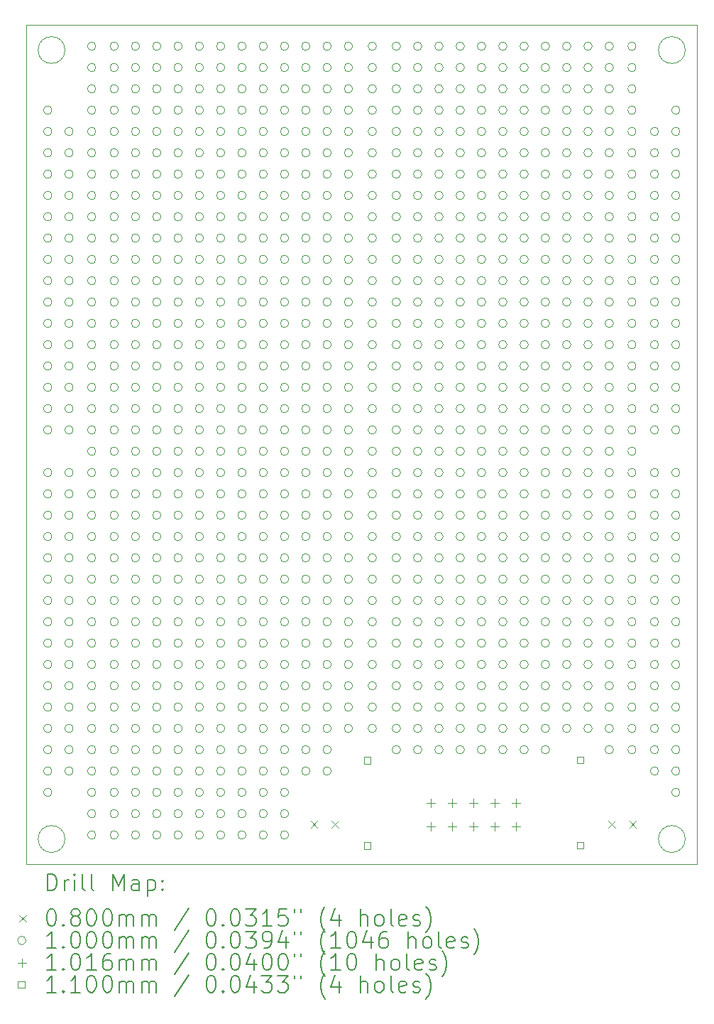
<source format=gbr>
%TF.GenerationSoftware,KiCad,Pcbnew,(6.0.11-0)*%
%TF.CreationDate,2023-03-26T21:41:55+01:00*%
%TF.ProjectId,mainboard,6d61696e-626f-4617-9264-2e6b69636164,rev?*%
%TF.SameCoordinates,Original*%
%TF.FileFunction,Drillmap*%
%TF.FilePolarity,Positive*%
%FSLAX45Y45*%
G04 Gerber Fmt 4.5, Leading zero omitted, Abs format (unit mm)*
G04 Created by KiCad (PCBNEW (6.0.11-0)) date 2023-03-26 21:41:55*
%MOMM*%
%LPD*%
G01*
G04 APERTURE LIST*
%ADD10C,0.100000*%
%ADD11C,0.200000*%
%ADD12C,0.080000*%
%ADD13C,0.101600*%
%ADD14C,0.110000*%
G04 APERTURE END LIST*
D10*
X7860000Y-9700000D02*
G75*
G03*
X7860000Y-9700000I-160000J0D01*
G01*
X460000Y-9700000D02*
G75*
G03*
X460000Y-9700000I-160000J0D01*
G01*
X0Y0D02*
X8000000Y0D01*
X8000000Y0D02*
X8000000Y-10000000D01*
X8000000Y-10000000D02*
X0Y-10000000D01*
X0Y-10000000D02*
X0Y0D01*
X460000Y-300000D02*
G75*
G03*
X460000Y-300000I-160000J0D01*
G01*
X7860000Y-300000D02*
G75*
G03*
X7860000Y-300000I-160000J0D01*
G01*
D11*
D12*
X3393000Y-9485000D02*
X3473000Y-9565000D01*
X3473000Y-9485000D02*
X3393000Y-9565000D01*
X3643000Y-9485000D02*
X3723000Y-9565000D01*
X3723000Y-9485000D02*
X3643000Y-9565000D01*
X6945000Y-9485000D02*
X7025000Y-9565000D01*
X7025000Y-9485000D02*
X6945000Y-9565000D01*
X7195000Y-9485000D02*
X7275000Y-9565000D01*
X7275000Y-9485000D02*
X7195000Y-9565000D01*
D10*
X304000Y-1016000D02*
G75*
G03*
X304000Y-1016000I-50000J0D01*
G01*
X304000Y-1270000D02*
G75*
G03*
X304000Y-1270000I-50000J0D01*
G01*
X304000Y-1524000D02*
G75*
G03*
X304000Y-1524000I-50000J0D01*
G01*
X304000Y-1778000D02*
G75*
G03*
X304000Y-1778000I-50000J0D01*
G01*
X304000Y-2032000D02*
G75*
G03*
X304000Y-2032000I-50000J0D01*
G01*
X304000Y-2286000D02*
G75*
G03*
X304000Y-2286000I-50000J0D01*
G01*
X304000Y-2540000D02*
G75*
G03*
X304000Y-2540000I-50000J0D01*
G01*
X304000Y-2794000D02*
G75*
G03*
X304000Y-2794000I-50000J0D01*
G01*
X304000Y-3048000D02*
G75*
G03*
X304000Y-3048000I-50000J0D01*
G01*
X304000Y-3302000D02*
G75*
G03*
X304000Y-3302000I-50000J0D01*
G01*
X304000Y-3556000D02*
G75*
G03*
X304000Y-3556000I-50000J0D01*
G01*
X304000Y-3810000D02*
G75*
G03*
X304000Y-3810000I-50000J0D01*
G01*
X304000Y-4064000D02*
G75*
G03*
X304000Y-4064000I-50000J0D01*
G01*
X304000Y-4318000D02*
G75*
G03*
X304000Y-4318000I-50000J0D01*
G01*
X304000Y-4572000D02*
G75*
G03*
X304000Y-4572000I-50000J0D01*
G01*
X304000Y-4826000D02*
G75*
G03*
X304000Y-4826000I-50000J0D01*
G01*
X304000Y-5334000D02*
G75*
G03*
X304000Y-5334000I-50000J0D01*
G01*
X304000Y-5588000D02*
G75*
G03*
X304000Y-5588000I-50000J0D01*
G01*
X304000Y-5842000D02*
G75*
G03*
X304000Y-5842000I-50000J0D01*
G01*
X304000Y-6096000D02*
G75*
G03*
X304000Y-6096000I-50000J0D01*
G01*
X304000Y-6350000D02*
G75*
G03*
X304000Y-6350000I-50000J0D01*
G01*
X304000Y-6604000D02*
G75*
G03*
X304000Y-6604000I-50000J0D01*
G01*
X304000Y-6858000D02*
G75*
G03*
X304000Y-6858000I-50000J0D01*
G01*
X304000Y-7112000D02*
G75*
G03*
X304000Y-7112000I-50000J0D01*
G01*
X304000Y-7366000D02*
G75*
G03*
X304000Y-7366000I-50000J0D01*
G01*
X304000Y-7620000D02*
G75*
G03*
X304000Y-7620000I-50000J0D01*
G01*
X304000Y-7874000D02*
G75*
G03*
X304000Y-7874000I-50000J0D01*
G01*
X304000Y-8128000D02*
G75*
G03*
X304000Y-8128000I-50000J0D01*
G01*
X304000Y-8382000D02*
G75*
G03*
X304000Y-8382000I-50000J0D01*
G01*
X304000Y-8636000D02*
G75*
G03*
X304000Y-8636000I-50000J0D01*
G01*
X304000Y-8890000D02*
G75*
G03*
X304000Y-8890000I-50000J0D01*
G01*
X304000Y-9144000D02*
G75*
G03*
X304000Y-9144000I-50000J0D01*
G01*
X558000Y-1270000D02*
G75*
G03*
X558000Y-1270000I-50000J0D01*
G01*
X558000Y-1524000D02*
G75*
G03*
X558000Y-1524000I-50000J0D01*
G01*
X558000Y-1778000D02*
G75*
G03*
X558000Y-1778000I-50000J0D01*
G01*
X558000Y-2032000D02*
G75*
G03*
X558000Y-2032000I-50000J0D01*
G01*
X558000Y-2286000D02*
G75*
G03*
X558000Y-2286000I-50000J0D01*
G01*
X558000Y-2540000D02*
G75*
G03*
X558000Y-2540000I-50000J0D01*
G01*
X558000Y-2794000D02*
G75*
G03*
X558000Y-2794000I-50000J0D01*
G01*
X558000Y-3048000D02*
G75*
G03*
X558000Y-3048000I-50000J0D01*
G01*
X558000Y-3302000D02*
G75*
G03*
X558000Y-3302000I-50000J0D01*
G01*
X558000Y-3556000D02*
G75*
G03*
X558000Y-3556000I-50000J0D01*
G01*
X558000Y-3810000D02*
G75*
G03*
X558000Y-3810000I-50000J0D01*
G01*
X558000Y-4064000D02*
G75*
G03*
X558000Y-4064000I-50000J0D01*
G01*
X558000Y-4318000D02*
G75*
G03*
X558000Y-4318000I-50000J0D01*
G01*
X558000Y-4572000D02*
G75*
G03*
X558000Y-4572000I-50000J0D01*
G01*
X558000Y-4826000D02*
G75*
G03*
X558000Y-4826000I-50000J0D01*
G01*
X558000Y-5334000D02*
G75*
G03*
X558000Y-5334000I-50000J0D01*
G01*
X558000Y-5588000D02*
G75*
G03*
X558000Y-5588000I-50000J0D01*
G01*
X558000Y-5842000D02*
G75*
G03*
X558000Y-5842000I-50000J0D01*
G01*
X558000Y-6096000D02*
G75*
G03*
X558000Y-6096000I-50000J0D01*
G01*
X558000Y-6350000D02*
G75*
G03*
X558000Y-6350000I-50000J0D01*
G01*
X558000Y-6604000D02*
G75*
G03*
X558000Y-6604000I-50000J0D01*
G01*
X558000Y-6858000D02*
G75*
G03*
X558000Y-6858000I-50000J0D01*
G01*
X558000Y-7112000D02*
G75*
G03*
X558000Y-7112000I-50000J0D01*
G01*
X558000Y-7366000D02*
G75*
G03*
X558000Y-7366000I-50000J0D01*
G01*
X558000Y-7620000D02*
G75*
G03*
X558000Y-7620000I-50000J0D01*
G01*
X558000Y-7874000D02*
G75*
G03*
X558000Y-7874000I-50000J0D01*
G01*
X558000Y-8128000D02*
G75*
G03*
X558000Y-8128000I-50000J0D01*
G01*
X558000Y-8382000D02*
G75*
G03*
X558000Y-8382000I-50000J0D01*
G01*
X558000Y-8636000D02*
G75*
G03*
X558000Y-8636000I-50000J0D01*
G01*
X558000Y-8890000D02*
G75*
G03*
X558000Y-8890000I-50000J0D01*
G01*
X827875Y-254000D02*
G75*
G03*
X827875Y-254000I-50000J0D01*
G01*
X827875Y-508000D02*
G75*
G03*
X827875Y-508000I-50000J0D01*
G01*
X827875Y-762000D02*
G75*
G03*
X827875Y-762000I-50000J0D01*
G01*
X827875Y-1016000D02*
G75*
G03*
X827875Y-1016000I-50000J0D01*
G01*
X827875Y-1270000D02*
G75*
G03*
X827875Y-1270000I-50000J0D01*
G01*
X827875Y-1524000D02*
G75*
G03*
X827875Y-1524000I-50000J0D01*
G01*
X827875Y-1778000D02*
G75*
G03*
X827875Y-1778000I-50000J0D01*
G01*
X827875Y-2032000D02*
G75*
G03*
X827875Y-2032000I-50000J0D01*
G01*
X827875Y-2286000D02*
G75*
G03*
X827875Y-2286000I-50000J0D01*
G01*
X827875Y-2540000D02*
G75*
G03*
X827875Y-2540000I-50000J0D01*
G01*
X827875Y-2794000D02*
G75*
G03*
X827875Y-2794000I-50000J0D01*
G01*
X827875Y-3048000D02*
G75*
G03*
X827875Y-3048000I-50000J0D01*
G01*
X827875Y-3302000D02*
G75*
G03*
X827875Y-3302000I-50000J0D01*
G01*
X827875Y-3556000D02*
G75*
G03*
X827875Y-3556000I-50000J0D01*
G01*
X827875Y-3810000D02*
G75*
G03*
X827875Y-3810000I-50000J0D01*
G01*
X827875Y-4064000D02*
G75*
G03*
X827875Y-4064000I-50000J0D01*
G01*
X827875Y-4318000D02*
G75*
G03*
X827875Y-4318000I-50000J0D01*
G01*
X827875Y-4572000D02*
G75*
G03*
X827875Y-4572000I-50000J0D01*
G01*
X827875Y-4826000D02*
G75*
G03*
X827875Y-4826000I-50000J0D01*
G01*
X827875Y-5080000D02*
G75*
G03*
X827875Y-5080000I-50000J0D01*
G01*
X827875Y-5334000D02*
G75*
G03*
X827875Y-5334000I-50000J0D01*
G01*
X827875Y-5588000D02*
G75*
G03*
X827875Y-5588000I-50000J0D01*
G01*
X827875Y-5842000D02*
G75*
G03*
X827875Y-5842000I-50000J0D01*
G01*
X827875Y-6096000D02*
G75*
G03*
X827875Y-6096000I-50000J0D01*
G01*
X827875Y-6350000D02*
G75*
G03*
X827875Y-6350000I-50000J0D01*
G01*
X827875Y-6604000D02*
G75*
G03*
X827875Y-6604000I-50000J0D01*
G01*
X827875Y-6858000D02*
G75*
G03*
X827875Y-6858000I-50000J0D01*
G01*
X827875Y-7112000D02*
G75*
G03*
X827875Y-7112000I-50000J0D01*
G01*
X827875Y-7366000D02*
G75*
G03*
X827875Y-7366000I-50000J0D01*
G01*
X827875Y-7620000D02*
G75*
G03*
X827875Y-7620000I-50000J0D01*
G01*
X827875Y-7874000D02*
G75*
G03*
X827875Y-7874000I-50000J0D01*
G01*
X827875Y-8128000D02*
G75*
G03*
X827875Y-8128000I-50000J0D01*
G01*
X827875Y-8382000D02*
G75*
G03*
X827875Y-8382000I-50000J0D01*
G01*
X827875Y-8636000D02*
G75*
G03*
X827875Y-8636000I-50000J0D01*
G01*
X827875Y-8890000D02*
G75*
G03*
X827875Y-8890000I-50000J0D01*
G01*
X827875Y-9144000D02*
G75*
G03*
X827875Y-9144000I-50000J0D01*
G01*
X827875Y-9398000D02*
G75*
G03*
X827875Y-9398000I-50000J0D01*
G01*
X827875Y-9652000D02*
G75*
G03*
X827875Y-9652000I-50000J0D01*
G01*
X1097750Y-254000D02*
G75*
G03*
X1097750Y-254000I-50000J0D01*
G01*
X1097750Y-508000D02*
G75*
G03*
X1097750Y-508000I-50000J0D01*
G01*
X1097750Y-762000D02*
G75*
G03*
X1097750Y-762000I-50000J0D01*
G01*
X1097750Y-1016000D02*
G75*
G03*
X1097750Y-1016000I-50000J0D01*
G01*
X1097750Y-1270000D02*
G75*
G03*
X1097750Y-1270000I-50000J0D01*
G01*
X1097750Y-1524000D02*
G75*
G03*
X1097750Y-1524000I-50000J0D01*
G01*
X1097750Y-1778000D02*
G75*
G03*
X1097750Y-1778000I-50000J0D01*
G01*
X1097750Y-2032000D02*
G75*
G03*
X1097750Y-2032000I-50000J0D01*
G01*
X1097750Y-2286000D02*
G75*
G03*
X1097750Y-2286000I-50000J0D01*
G01*
X1097750Y-2540000D02*
G75*
G03*
X1097750Y-2540000I-50000J0D01*
G01*
X1097750Y-2794000D02*
G75*
G03*
X1097750Y-2794000I-50000J0D01*
G01*
X1097750Y-3048000D02*
G75*
G03*
X1097750Y-3048000I-50000J0D01*
G01*
X1097750Y-3302000D02*
G75*
G03*
X1097750Y-3302000I-50000J0D01*
G01*
X1097750Y-3556000D02*
G75*
G03*
X1097750Y-3556000I-50000J0D01*
G01*
X1097750Y-3810000D02*
G75*
G03*
X1097750Y-3810000I-50000J0D01*
G01*
X1097750Y-4064000D02*
G75*
G03*
X1097750Y-4064000I-50000J0D01*
G01*
X1097750Y-4318000D02*
G75*
G03*
X1097750Y-4318000I-50000J0D01*
G01*
X1097750Y-4572000D02*
G75*
G03*
X1097750Y-4572000I-50000J0D01*
G01*
X1097750Y-4826000D02*
G75*
G03*
X1097750Y-4826000I-50000J0D01*
G01*
X1097750Y-5080000D02*
G75*
G03*
X1097750Y-5080000I-50000J0D01*
G01*
X1097750Y-5334000D02*
G75*
G03*
X1097750Y-5334000I-50000J0D01*
G01*
X1097750Y-5588000D02*
G75*
G03*
X1097750Y-5588000I-50000J0D01*
G01*
X1097750Y-5842000D02*
G75*
G03*
X1097750Y-5842000I-50000J0D01*
G01*
X1097750Y-6096000D02*
G75*
G03*
X1097750Y-6096000I-50000J0D01*
G01*
X1097750Y-6350000D02*
G75*
G03*
X1097750Y-6350000I-50000J0D01*
G01*
X1097750Y-6604000D02*
G75*
G03*
X1097750Y-6604000I-50000J0D01*
G01*
X1097750Y-6858000D02*
G75*
G03*
X1097750Y-6858000I-50000J0D01*
G01*
X1097750Y-7112000D02*
G75*
G03*
X1097750Y-7112000I-50000J0D01*
G01*
X1097750Y-7366000D02*
G75*
G03*
X1097750Y-7366000I-50000J0D01*
G01*
X1097750Y-7620000D02*
G75*
G03*
X1097750Y-7620000I-50000J0D01*
G01*
X1097750Y-7874000D02*
G75*
G03*
X1097750Y-7874000I-50000J0D01*
G01*
X1097750Y-8128000D02*
G75*
G03*
X1097750Y-8128000I-50000J0D01*
G01*
X1097750Y-8382000D02*
G75*
G03*
X1097750Y-8382000I-50000J0D01*
G01*
X1097750Y-8636000D02*
G75*
G03*
X1097750Y-8636000I-50000J0D01*
G01*
X1097750Y-8890000D02*
G75*
G03*
X1097750Y-8890000I-50000J0D01*
G01*
X1097750Y-9144000D02*
G75*
G03*
X1097750Y-9144000I-50000J0D01*
G01*
X1097750Y-9398000D02*
G75*
G03*
X1097750Y-9398000I-50000J0D01*
G01*
X1097750Y-9652000D02*
G75*
G03*
X1097750Y-9652000I-50000J0D01*
G01*
X1351750Y-254000D02*
G75*
G03*
X1351750Y-254000I-50000J0D01*
G01*
X1351750Y-508000D02*
G75*
G03*
X1351750Y-508000I-50000J0D01*
G01*
X1351750Y-762000D02*
G75*
G03*
X1351750Y-762000I-50000J0D01*
G01*
X1351750Y-1016000D02*
G75*
G03*
X1351750Y-1016000I-50000J0D01*
G01*
X1351750Y-1270000D02*
G75*
G03*
X1351750Y-1270000I-50000J0D01*
G01*
X1351750Y-1524000D02*
G75*
G03*
X1351750Y-1524000I-50000J0D01*
G01*
X1351750Y-1778000D02*
G75*
G03*
X1351750Y-1778000I-50000J0D01*
G01*
X1351750Y-2032000D02*
G75*
G03*
X1351750Y-2032000I-50000J0D01*
G01*
X1351750Y-2286000D02*
G75*
G03*
X1351750Y-2286000I-50000J0D01*
G01*
X1351750Y-2540000D02*
G75*
G03*
X1351750Y-2540000I-50000J0D01*
G01*
X1351750Y-2794000D02*
G75*
G03*
X1351750Y-2794000I-50000J0D01*
G01*
X1351750Y-3048000D02*
G75*
G03*
X1351750Y-3048000I-50000J0D01*
G01*
X1351750Y-3302000D02*
G75*
G03*
X1351750Y-3302000I-50000J0D01*
G01*
X1351750Y-3556000D02*
G75*
G03*
X1351750Y-3556000I-50000J0D01*
G01*
X1351750Y-3810000D02*
G75*
G03*
X1351750Y-3810000I-50000J0D01*
G01*
X1351750Y-4064000D02*
G75*
G03*
X1351750Y-4064000I-50000J0D01*
G01*
X1351750Y-4318000D02*
G75*
G03*
X1351750Y-4318000I-50000J0D01*
G01*
X1351750Y-4572000D02*
G75*
G03*
X1351750Y-4572000I-50000J0D01*
G01*
X1351750Y-4826000D02*
G75*
G03*
X1351750Y-4826000I-50000J0D01*
G01*
X1351750Y-5080000D02*
G75*
G03*
X1351750Y-5080000I-50000J0D01*
G01*
X1351750Y-5334000D02*
G75*
G03*
X1351750Y-5334000I-50000J0D01*
G01*
X1351750Y-5588000D02*
G75*
G03*
X1351750Y-5588000I-50000J0D01*
G01*
X1351750Y-5842000D02*
G75*
G03*
X1351750Y-5842000I-50000J0D01*
G01*
X1351750Y-6096000D02*
G75*
G03*
X1351750Y-6096000I-50000J0D01*
G01*
X1351750Y-6350000D02*
G75*
G03*
X1351750Y-6350000I-50000J0D01*
G01*
X1351750Y-6604000D02*
G75*
G03*
X1351750Y-6604000I-50000J0D01*
G01*
X1351750Y-6858000D02*
G75*
G03*
X1351750Y-6858000I-50000J0D01*
G01*
X1351750Y-7112000D02*
G75*
G03*
X1351750Y-7112000I-50000J0D01*
G01*
X1351750Y-7366000D02*
G75*
G03*
X1351750Y-7366000I-50000J0D01*
G01*
X1351750Y-7620000D02*
G75*
G03*
X1351750Y-7620000I-50000J0D01*
G01*
X1351750Y-7874000D02*
G75*
G03*
X1351750Y-7874000I-50000J0D01*
G01*
X1351750Y-8128000D02*
G75*
G03*
X1351750Y-8128000I-50000J0D01*
G01*
X1351750Y-8382000D02*
G75*
G03*
X1351750Y-8382000I-50000J0D01*
G01*
X1351750Y-8636000D02*
G75*
G03*
X1351750Y-8636000I-50000J0D01*
G01*
X1351750Y-8890000D02*
G75*
G03*
X1351750Y-8890000I-50000J0D01*
G01*
X1351750Y-9144000D02*
G75*
G03*
X1351750Y-9144000I-50000J0D01*
G01*
X1351750Y-9398000D02*
G75*
G03*
X1351750Y-9398000I-50000J0D01*
G01*
X1351750Y-9652000D02*
G75*
G03*
X1351750Y-9652000I-50000J0D01*
G01*
X1605750Y-254000D02*
G75*
G03*
X1605750Y-254000I-50000J0D01*
G01*
X1605750Y-508000D02*
G75*
G03*
X1605750Y-508000I-50000J0D01*
G01*
X1605750Y-762000D02*
G75*
G03*
X1605750Y-762000I-50000J0D01*
G01*
X1605750Y-1016000D02*
G75*
G03*
X1605750Y-1016000I-50000J0D01*
G01*
X1605750Y-1270000D02*
G75*
G03*
X1605750Y-1270000I-50000J0D01*
G01*
X1605750Y-1524000D02*
G75*
G03*
X1605750Y-1524000I-50000J0D01*
G01*
X1605750Y-1778000D02*
G75*
G03*
X1605750Y-1778000I-50000J0D01*
G01*
X1605750Y-2032000D02*
G75*
G03*
X1605750Y-2032000I-50000J0D01*
G01*
X1605750Y-2286000D02*
G75*
G03*
X1605750Y-2286000I-50000J0D01*
G01*
X1605750Y-2540000D02*
G75*
G03*
X1605750Y-2540000I-50000J0D01*
G01*
X1605750Y-2794000D02*
G75*
G03*
X1605750Y-2794000I-50000J0D01*
G01*
X1605750Y-3048000D02*
G75*
G03*
X1605750Y-3048000I-50000J0D01*
G01*
X1605750Y-3302000D02*
G75*
G03*
X1605750Y-3302000I-50000J0D01*
G01*
X1605750Y-3556000D02*
G75*
G03*
X1605750Y-3556000I-50000J0D01*
G01*
X1605750Y-3810000D02*
G75*
G03*
X1605750Y-3810000I-50000J0D01*
G01*
X1605750Y-4064000D02*
G75*
G03*
X1605750Y-4064000I-50000J0D01*
G01*
X1605750Y-4318000D02*
G75*
G03*
X1605750Y-4318000I-50000J0D01*
G01*
X1605750Y-4572000D02*
G75*
G03*
X1605750Y-4572000I-50000J0D01*
G01*
X1605750Y-4826000D02*
G75*
G03*
X1605750Y-4826000I-50000J0D01*
G01*
X1605750Y-5080000D02*
G75*
G03*
X1605750Y-5080000I-50000J0D01*
G01*
X1605750Y-5334000D02*
G75*
G03*
X1605750Y-5334000I-50000J0D01*
G01*
X1605750Y-5588000D02*
G75*
G03*
X1605750Y-5588000I-50000J0D01*
G01*
X1605750Y-5842000D02*
G75*
G03*
X1605750Y-5842000I-50000J0D01*
G01*
X1605750Y-6096000D02*
G75*
G03*
X1605750Y-6096000I-50000J0D01*
G01*
X1605750Y-6350000D02*
G75*
G03*
X1605750Y-6350000I-50000J0D01*
G01*
X1605750Y-6604000D02*
G75*
G03*
X1605750Y-6604000I-50000J0D01*
G01*
X1605750Y-6858000D02*
G75*
G03*
X1605750Y-6858000I-50000J0D01*
G01*
X1605750Y-7112000D02*
G75*
G03*
X1605750Y-7112000I-50000J0D01*
G01*
X1605750Y-7366000D02*
G75*
G03*
X1605750Y-7366000I-50000J0D01*
G01*
X1605750Y-7620000D02*
G75*
G03*
X1605750Y-7620000I-50000J0D01*
G01*
X1605750Y-7874000D02*
G75*
G03*
X1605750Y-7874000I-50000J0D01*
G01*
X1605750Y-8128000D02*
G75*
G03*
X1605750Y-8128000I-50000J0D01*
G01*
X1605750Y-8382000D02*
G75*
G03*
X1605750Y-8382000I-50000J0D01*
G01*
X1605750Y-8636000D02*
G75*
G03*
X1605750Y-8636000I-50000J0D01*
G01*
X1605750Y-8890000D02*
G75*
G03*
X1605750Y-8890000I-50000J0D01*
G01*
X1605750Y-9144000D02*
G75*
G03*
X1605750Y-9144000I-50000J0D01*
G01*
X1605750Y-9398000D02*
G75*
G03*
X1605750Y-9398000I-50000J0D01*
G01*
X1605750Y-9652000D02*
G75*
G03*
X1605750Y-9652000I-50000J0D01*
G01*
X1859750Y-254000D02*
G75*
G03*
X1859750Y-254000I-50000J0D01*
G01*
X1859750Y-508000D02*
G75*
G03*
X1859750Y-508000I-50000J0D01*
G01*
X1859750Y-762000D02*
G75*
G03*
X1859750Y-762000I-50000J0D01*
G01*
X1859750Y-1016000D02*
G75*
G03*
X1859750Y-1016000I-50000J0D01*
G01*
X1859750Y-1270000D02*
G75*
G03*
X1859750Y-1270000I-50000J0D01*
G01*
X1859750Y-1524000D02*
G75*
G03*
X1859750Y-1524000I-50000J0D01*
G01*
X1859750Y-1778000D02*
G75*
G03*
X1859750Y-1778000I-50000J0D01*
G01*
X1859750Y-2032000D02*
G75*
G03*
X1859750Y-2032000I-50000J0D01*
G01*
X1859750Y-2286000D02*
G75*
G03*
X1859750Y-2286000I-50000J0D01*
G01*
X1859750Y-2540000D02*
G75*
G03*
X1859750Y-2540000I-50000J0D01*
G01*
X1859750Y-2794000D02*
G75*
G03*
X1859750Y-2794000I-50000J0D01*
G01*
X1859750Y-3048000D02*
G75*
G03*
X1859750Y-3048000I-50000J0D01*
G01*
X1859750Y-3302000D02*
G75*
G03*
X1859750Y-3302000I-50000J0D01*
G01*
X1859750Y-3556000D02*
G75*
G03*
X1859750Y-3556000I-50000J0D01*
G01*
X1859750Y-3810000D02*
G75*
G03*
X1859750Y-3810000I-50000J0D01*
G01*
X1859750Y-4064000D02*
G75*
G03*
X1859750Y-4064000I-50000J0D01*
G01*
X1859750Y-4318000D02*
G75*
G03*
X1859750Y-4318000I-50000J0D01*
G01*
X1859750Y-4572000D02*
G75*
G03*
X1859750Y-4572000I-50000J0D01*
G01*
X1859750Y-4826000D02*
G75*
G03*
X1859750Y-4826000I-50000J0D01*
G01*
X1859750Y-5080000D02*
G75*
G03*
X1859750Y-5080000I-50000J0D01*
G01*
X1859750Y-5334000D02*
G75*
G03*
X1859750Y-5334000I-50000J0D01*
G01*
X1859750Y-5588000D02*
G75*
G03*
X1859750Y-5588000I-50000J0D01*
G01*
X1859750Y-5842000D02*
G75*
G03*
X1859750Y-5842000I-50000J0D01*
G01*
X1859750Y-6096000D02*
G75*
G03*
X1859750Y-6096000I-50000J0D01*
G01*
X1859750Y-6350000D02*
G75*
G03*
X1859750Y-6350000I-50000J0D01*
G01*
X1859750Y-6604000D02*
G75*
G03*
X1859750Y-6604000I-50000J0D01*
G01*
X1859750Y-6858000D02*
G75*
G03*
X1859750Y-6858000I-50000J0D01*
G01*
X1859750Y-7112000D02*
G75*
G03*
X1859750Y-7112000I-50000J0D01*
G01*
X1859750Y-7366000D02*
G75*
G03*
X1859750Y-7366000I-50000J0D01*
G01*
X1859750Y-7620000D02*
G75*
G03*
X1859750Y-7620000I-50000J0D01*
G01*
X1859750Y-7874000D02*
G75*
G03*
X1859750Y-7874000I-50000J0D01*
G01*
X1859750Y-8128000D02*
G75*
G03*
X1859750Y-8128000I-50000J0D01*
G01*
X1859750Y-8382000D02*
G75*
G03*
X1859750Y-8382000I-50000J0D01*
G01*
X1859750Y-8636000D02*
G75*
G03*
X1859750Y-8636000I-50000J0D01*
G01*
X1859750Y-8890000D02*
G75*
G03*
X1859750Y-8890000I-50000J0D01*
G01*
X1859750Y-9144000D02*
G75*
G03*
X1859750Y-9144000I-50000J0D01*
G01*
X1859750Y-9398000D02*
G75*
G03*
X1859750Y-9398000I-50000J0D01*
G01*
X1859750Y-9652000D02*
G75*
G03*
X1859750Y-9652000I-50000J0D01*
G01*
X2113750Y-254000D02*
G75*
G03*
X2113750Y-254000I-50000J0D01*
G01*
X2113750Y-508000D02*
G75*
G03*
X2113750Y-508000I-50000J0D01*
G01*
X2113750Y-762000D02*
G75*
G03*
X2113750Y-762000I-50000J0D01*
G01*
X2113750Y-1016000D02*
G75*
G03*
X2113750Y-1016000I-50000J0D01*
G01*
X2113750Y-1270000D02*
G75*
G03*
X2113750Y-1270000I-50000J0D01*
G01*
X2113750Y-1524000D02*
G75*
G03*
X2113750Y-1524000I-50000J0D01*
G01*
X2113750Y-1778000D02*
G75*
G03*
X2113750Y-1778000I-50000J0D01*
G01*
X2113750Y-2032000D02*
G75*
G03*
X2113750Y-2032000I-50000J0D01*
G01*
X2113750Y-2286000D02*
G75*
G03*
X2113750Y-2286000I-50000J0D01*
G01*
X2113750Y-2540000D02*
G75*
G03*
X2113750Y-2540000I-50000J0D01*
G01*
X2113750Y-2794000D02*
G75*
G03*
X2113750Y-2794000I-50000J0D01*
G01*
X2113750Y-3048000D02*
G75*
G03*
X2113750Y-3048000I-50000J0D01*
G01*
X2113750Y-3302000D02*
G75*
G03*
X2113750Y-3302000I-50000J0D01*
G01*
X2113750Y-3556000D02*
G75*
G03*
X2113750Y-3556000I-50000J0D01*
G01*
X2113750Y-3810000D02*
G75*
G03*
X2113750Y-3810000I-50000J0D01*
G01*
X2113750Y-4064000D02*
G75*
G03*
X2113750Y-4064000I-50000J0D01*
G01*
X2113750Y-4318000D02*
G75*
G03*
X2113750Y-4318000I-50000J0D01*
G01*
X2113750Y-4572000D02*
G75*
G03*
X2113750Y-4572000I-50000J0D01*
G01*
X2113750Y-4826000D02*
G75*
G03*
X2113750Y-4826000I-50000J0D01*
G01*
X2113750Y-5080000D02*
G75*
G03*
X2113750Y-5080000I-50000J0D01*
G01*
X2113750Y-5334000D02*
G75*
G03*
X2113750Y-5334000I-50000J0D01*
G01*
X2113750Y-5588000D02*
G75*
G03*
X2113750Y-5588000I-50000J0D01*
G01*
X2113750Y-5842000D02*
G75*
G03*
X2113750Y-5842000I-50000J0D01*
G01*
X2113750Y-6096000D02*
G75*
G03*
X2113750Y-6096000I-50000J0D01*
G01*
X2113750Y-6350000D02*
G75*
G03*
X2113750Y-6350000I-50000J0D01*
G01*
X2113750Y-6604000D02*
G75*
G03*
X2113750Y-6604000I-50000J0D01*
G01*
X2113750Y-6858000D02*
G75*
G03*
X2113750Y-6858000I-50000J0D01*
G01*
X2113750Y-7112000D02*
G75*
G03*
X2113750Y-7112000I-50000J0D01*
G01*
X2113750Y-7366000D02*
G75*
G03*
X2113750Y-7366000I-50000J0D01*
G01*
X2113750Y-7620000D02*
G75*
G03*
X2113750Y-7620000I-50000J0D01*
G01*
X2113750Y-7874000D02*
G75*
G03*
X2113750Y-7874000I-50000J0D01*
G01*
X2113750Y-8128000D02*
G75*
G03*
X2113750Y-8128000I-50000J0D01*
G01*
X2113750Y-8382000D02*
G75*
G03*
X2113750Y-8382000I-50000J0D01*
G01*
X2113750Y-8636000D02*
G75*
G03*
X2113750Y-8636000I-50000J0D01*
G01*
X2113750Y-8890000D02*
G75*
G03*
X2113750Y-8890000I-50000J0D01*
G01*
X2113750Y-9144000D02*
G75*
G03*
X2113750Y-9144000I-50000J0D01*
G01*
X2113750Y-9398000D02*
G75*
G03*
X2113750Y-9398000I-50000J0D01*
G01*
X2113750Y-9652000D02*
G75*
G03*
X2113750Y-9652000I-50000J0D01*
G01*
X2367750Y-254000D02*
G75*
G03*
X2367750Y-254000I-50000J0D01*
G01*
X2367750Y-508000D02*
G75*
G03*
X2367750Y-508000I-50000J0D01*
G01*
X2367750Y-762000D02*
G75*
G03*
X2367750Y-762000I-50000J0D01*
G01*
X2367750Y-1016000D02*
G75*
G03*
X2367750Y-1016000I-50000J0D01*
G01*
X2367750Y-1270000D02*
G75*
G03*
X2367750Y-1270000I-50000J0D01*
G01*
X2367750Y-1524000D02*
G75*
G03*
X2367750Y-1524000I-50000J0D01*
G01*
X2367750Y-1778000D02*
G75*
G03*
X2367750Y-1778000I-50000J0D01*
G01*
X2367750Y-2032000D02*
G75*
G03*
X2367750Y-2032000I-50000J0D01*
G01*
X2367750Y-2286000D02*
G75*
G03*
X2367750Y-2286000I-50000J0D01*
G01*
X2367750Y-2540000D02*
G75*
G03*
X2367750Y-2540000I-50000J0D01*
G01*
X2367750Y-2794000D02*
G75*
G03*
X2367750Y-2794000I-50000J0D01*
G01*
X2367750Y-3048000D02*
G75*
G03*
X2367750Y-3048000I-50000J0D01*
G01*
X2367750Y-3302000D02*
G75*
G03*
X2367750Y-3302000I-50000J0D01*
G01*
X2367750Y-3556000D02*
G75*
G03*
X2367750Y-3556000I-50000J0D01*
G01*
X2367750Y-3810000D02*
G75*
G03*
X2367750Y-3810000I-50000J0D01*
G01*
X2367750Y-4064000D02*
G75*
G03*
X2367750Y-4064000I-50000J0D01*
G01*
X2367750Y-4318000D02*
G75*
G03*
X2367750Y-4318000I-50000J0D01*
G01*
X2367750Y-4572000D02*
G75*
G03*
X2367750Y-4572000I-50000J0D01*
G01*
X2367750Y-4826000D02*
G75*
G03*
X2367750Y-4826000I-50000J0D01*
G01*
X2367750Y-5080000D02*
G75*
G03*
X2367750Y-5080000I-50000J0D01*
G01*
X2367750Y-5334000D02*
G75*
G03*
X2367750Y-5334000I-50000J0D01*
G01*
X2367750Y-5588000D02*
G75*
G03*
X2367750Y-5588000I-50000J0D01*
G01*
X2367750Y-5842000D02*
G75*
G03*
X2367750Y-5842000I-50000J0D01*
G01*
X2367750Y-6096000D02*
G75*
G03*
X2367750Y-6096000I-50000J0D01*
G01*
X2367750Y-6350000D02*
G75*
G03*
X2367750Y-6350000I-50000J0D01*
G01*
X2367750Y-6604000D02*
G75*
G03*
X2367750Y-6604000I-50000J0D01*
G01*
X2367750Y-6858000D02*
G75*
G03*
X2367750Y-6858000I-50000J0D01*
G01*
X2367750Y-7112000D02*
G75*
G03*
X2367750Y-7112000I-50000J0D01*
G01*
X2367750Y-7366000D02*
G75*
G03*
X2367750Y-7366000I-50000J0D01*
G01*
X2367750Y-7620000D02*
G75*
G03*
X2367750Y-7620000I-50000J0D01*
G01*
X2367750Y-7874000D02*
G75*
G03*
X2367750Y-7874000I-50000J0D01*
G01*
X2367750Y-8128000D02*
G75*
G03*
X2367750Y-8128000I-50000J0D01*
G01*
X2367750Y-8382000D02*
G75*
G03*
X2367750Y-8382000I-50000J0D01*
G01*
X2367750Y-8636000D02*
G75*
G03*
X2367750Y-8636000I-50000J0D01*
G01*
X2367750Y-8890000D02*
G75*
G03*
X2367750Y-8890000I-50000J0D01*
G01*
X2367750Y-9144000D02*
G75*
G03*
X2367750Y-9144000I-50000J0D01*
G01*
X2367750Y-9398000D02*
G75*
G03*
X2367750Y-9398000I-50000J0D01*
G01*
X2367750Y-9652000D02*
G75*
G03*
X2367750Y-9652000I-50000J0D01*
G01*
X2621750Y-254000D02*
G75*
G03*
X2621750Y-254000I-50000J0D01*
G01*
X2621750Y-508000D02*
G75*
G03*
X2621750Y-508000I-50000J0D01*
G01*
X2621750Y-762000D02*
G75*
G03*
X2621750Y-762000I-50000J0D01*
G01*
X2621750Y-1016000D02*
G75*
G03*
X2621750Y-1016000I-50000J0D01*
G01*
X2621750Y-1270000D02*
G75*
G03*
X2621750Y-1270000I-50000J0D01*
G01*
X2621750Y-1524000D02*
G75*
G03*
X2621750Y-1524000I-50000J0D01*
G01*
X2621750Y-1778000D02*
G75*
G03*
X2621750Y-1778000I-50000J0D01*
G01*
X2621750Y-2032000D02*
G75*
G03*
X2621750Y-2032000I-50000J0D01*
G01*
X2621750Y-2286000D02*
G75*
G03*
X2621750Y-2286000I-50000J0D01*
G01*
X2621750Y-2540000D02*
G75*
G03*
X2621750Y-2540000I-50000J0D01*
G01*
X2621750Y-2794000D02*
G75*
G03*
X2621750Y-2794000I-50000J0D01*
G01*
X2621750Y-3048000D02*
G75*
G03*
X2621750Y-3048000I-50000J0D01*
G01*
X2621750Y-3302000D02*
G75*
G03*
X2621750Y-3302000I-50000J0D01*
G01*
X2621750Y-3556000D02*
G75*
G03*
X2621750Y-3556000I-50000J0D01*
G01*
X2621750Y-3810000D02*
G75*
G03*
X2621750Y-3810000I-50000J0D01*
G01*
X2621750Y-4064000D02*
G75*
G03*
X2621750Y-4064000I-50000J0D01*
G01*
X2621750Y-4318000D02*
G75*
G03*
X2621750Y-4318000I-50000J0D01*
G01*
X2621750Y-4572000D02*
G75*
G03*
X2621750Y-4572000I-50000J0D01*
G01*
X2621750Y-4826000D02*
G75*
G03*
X2621750Y-4826000I-50000J0D01*
G01*
X2621750Y-5080000D02*
G75*
G03*
X2621750Y-5080000I-50000J0D01*
G01*
X2621750Y-5334000D02*
G75*
G03*
X2621750Y-5334000I-50000J0D01*
G01*
X2621750Y-5588000D02*
G75*
G03*
X2621750Y-5588000I-50000J0D01*
G01*
X2621750Y-5842000D02*
G75*
G03*
X2621750Y-5842000I-50000J0D01*
G01*
X2621750Y-6096000D02*
G75*
G03*
X2621750Y-6096000I-50000J0D01*
G01*
X2621750Y-6350000D02*
G75*
G03*
X2621750Y-6350000I-50000J0D01*
G01*
X2621750Y-6604000D02*
G75*
G03*
X2621750Y-6604000I-50000J0D01*
G01*
X2621750Y-6858000D02*
G75*
G03*
X2621750Y-6858000I-50000J0D01*
G01*
X2621750Y-7112000D02*
G75*
G03*
X2621750Y-7112000I-50000J0D01*
G01*
X2621750Y-7366000D02*
G75*
G03*
X2621750Y-7366000I-50000J0D01*
G01*
X2621750Y-7620000D02*
G75*
G03*
X2621750Y-7620000I-50000J0D01*
G01*
X2621750Y-7874000D02*
G75*
G03*
X2621750Y-7874000I-50000J0D01*
G01*
X2621750Y-8128000D02*
G75*
G03*
X2621750Y-8128000I-50000J0D01*
G01*
X2621750Y-8382000D02*
G75*
G03*
X2621750Y-8382000I-50000J0D01*
G01*
X2621750Y-8636000D02*
G75*
G03*
X2621750Y-8636000I-50000J0D01*
G01*
X2621750Y-8890000D02*
G75*
G03*
X2621750Y-8890000I-50000J0D01*
G01*
X2621750Y-9144000D02*
G75*
G03*
X2621750Y-9144000I-50000J0D01*
G01*
X2621750Y-9398000D02*
G75*
G03*
X2621750Y-9398000I-50000J0D01*
G01*
X2621750Y-9652000D02*
G75*
G03*
X2621750Y-9652000I-50000J0D01*
G01*
X2875750Y-254000D02*
G75*
G03*
X2875750Y-254000I-50000J0D01*
G01*
X2875750Y-508000D02*
G75*
G03*
X2875750Y-508000I-50000J0D01*
G01*
X2875750Y-762000D02*
G75*
G03*
X2875750Y-762000I-50000J0D01*
G01*
X2875750Y-1016000D02*
G75*
G03*
X2875750Y-1016000I-50000J0D01*
G01*
X2875750Y-1270000D02*
G75*
G03*
X2875750Y-1270000I-50000J0D01*
G01*
X2875750Y-1524000D02*
G75*
G03*
X2875750Y-1524000I-50000J0D01*
G01*
X2875750Y-1778000D02*
G75*
G03*
X2875750Y-1778000I-50000J0D01*
G01*
X2875750Y-2032000D02*
G75*
G03*
X2875750Y-2032000I-50000J0D01*
G01*
X2875750Y-2286000D02*
G75*
G03*
X2875750Y-2286000I-50000J0D01*
G01*
X2875750Y-2540000D02*
G75*
G03*
X2875750Y-2540000I-50000J0D01*
G01*
X2875750Y-2794000D02*
G75*
G03*
X2875750Y-2794000I-50000J0D01*
G01*
X2875750Y-3048000D02*
G75*
G03*
X2875750Y-3048000I-50000J0D01*
G01*
X2875750Y-3302000D02*
G75*
G03*
X2875750Y-3302000I-50000J0D01*
G01*
X2875750Y-3556000D02*
G75*
G03*
X2875750Y-3556000I-50000J0D01*
G01*
X2875750Y-3810000D02*
G75*
G03*
X2875750Y-3810000I-50000J0D01*
G01*
X2875750Y-4064000D02*
G75*
G03*
X2875750Y-4064000I-50000J0D01*
G01*
X2875750Y-4318000D02*
G75*
G03*
X2875750Y-4318000I-50000J0D01*
G01*
X2875750Y-4572000D02*
G75*
G03*
X2875750Y-4572000I-50000J0D01*
G01*
X2875750Y-4826000D02*
G75*
G03*
X2875750Y-4826000I-50000J0D01*
G01*
X2875750Y-5080000D02*
G75*
G03*
X2875750Y-5080000I-50000J0D01*
G01*
X2875750Y-5334000D02*
G75*
G03*
X2875750Y-5334000I-50000J0D01*
G01*
X2875750Y-5588000D02*
G75*
G03*
X2875750Y-5588000I-50000J0D01*
G01*
X2875750Y-5842000D02*
G75*
G03*
X2875750Y-5842000I-50000J0D01*
G01*
X2875750Y-6096000D02*
G75*
G03*
X2875750Y-6096000I-50000J0D01*
G01*
X2875750Y-6350000D02*
G75*
G03*
X2875750Y-6350000I-50000J0D01*
G01*
X2875750Y-6604000D02*
G75*
G03*
X2875750Y-6604000I-50000J0D01*
G01*
X2875750Y-6858000D02*
G75*
G03*
X2875750Y-6858000I-50000J0D01*
G01*
X2875750Y-7112000D02*
G75*
G03*
X2875750Y-7112000I-50000J0D01*
G01*
X2875750Y-7366000D02*
G75*
G03*
X2875750Y-7366000I-50000J0D01*
G01*
X2875750Y-7620000D02*
G75*
G03*
X2875750Y-7620000I-50000J0D01*
G01*
X2875750Y-7874000D02*
G75*
G03*
X2875750Y-7874000I-50000J0D01*
G01*
X2875750Y-8128000D02*
G75*
G03*
X2875750Y-8128000I-50000J0D01*
G01*
X2875750Y-8382000D02*
G75*
G03*
X2875750Y-8382000I-50000J0D01*
G01*
X2875750Y-8636000D02*
G75*
G03*
X2875750Y-8636000I-50000J0D01*
G01*
X2875750Y-8890000D02*
G75*
G03*
X2875750Y-8890000I-50000J0D01*
G01*
X2875750Y-9144000D02*
G75*
G03*
X2875750Y-9144000I-50000J0D01*
G01*
X2875750Y-9398000D02*
G75*
G03*
X2875750Y-9398000I-50000J0D01*
G01*
X2875750Y-9652000D02*
G75*
G03*
X2875750Y-9652000I-50000J0D01*
G01*
X3129750Y-254000D02*
G75*
G03*
X3129750Y-254000I-50000J0D01*
G01*
X3129750Y-508000D02*
G75*
G03*
X3129750Y-508000I-50000J0D01*
G01*
X3129750Y-762000D02*
G75*
G03*
X3129750Y-762000I-50000J0D01*
G01*
X3129750Y-1016000D02*
G75*
G03*
X3129750Y-1016000I-50000J0D01*
G01*
X3129750Y-1270000D02*
G75*
G03*
X3129750Y-1270000I-50000J0D01*
G01*
X3129750Y-1524000D02*
G75*
G03*
X3129750Y-1524000I-50000J0D01*
G01*
X3129750Y-1778000D02*
G75*
G03*
X3129750Y-1778000I-50000J0D01*
G01*
X3129750Y-2032000D02*
G75*
G03*
X3129750Y-2032000I-50000J0D01*
G01*
X3129750Y-2286000D02*
G75*
G03*
X3129750Y-2286000I-50000J0D01*
G01*
X3129750Y-2540000D02*
G75*
G03*
X3129750Y-2540000I-50000J0D01*
G01*
X3129750Y-2794000D02*
G75*
G03*
X3129750Y-2794000I-50000J0D01*
G01*
X3129750Y-3048000D02*
G75*
G03*
X3129750Y-3048000I-50000J0D01*
G01*
X3129750Y-3302000D02*
G75*
G03*
X3129750Y-3302000I-50000J0D01*
G01*
X3129750Y-3556000D02*
G75*
G03*
X3129750Y-3556000I-50000J0D01*
G01*
X3129750Y-3810000D02*
G75*
G03*
X3129750Y-3810000I-50000J0D01*
G01*
X3129750Y-4064000D02*
G75*
G03*
X3129750Y-4064000I-50000J0D01*
G01*
X3129750Y-4318000D02*
G75*
G03*
X3129750Y-4318000I-50000J0D01*
G01*
X3129750Y-4572000D02*
G75*
G03*
X3129750Y-4572000I-50000J0D01*
G01*
X3129750Y-4826000D02*
G75*
G03*
X3129750Y-4826000I-50000J0D01*
G01*
X3129750Y-5080000D02*
G75*
G03*
X3129750Y-5080000I-50000J0D01*
G01*
X3129750Y-5334000D02*
G75*
G03*
X3129750Y-5334000I-50000J0D01*
G01*
X3129750Y-5588000D02*
G75*
G03*
X3129750Y-5588000I-50000J0D01*
G01*
X3129750Y-5842000D02*
G75*
G03*
X3129750Y-5842000I-50000J0D01*
G01*
X3129750Y-6096000D02*
G75*
G03*
X3129750Y-6096000I-50000J0D01*
G01*
X3129750Y-6350000D02*
G75*
G03*
X3129750Y-6350000I-50000J0D01*
G01*
X3129750Y-6604000D02*
G75*
G03*
X3129750Y-6604000I-50000J0D01*
G01*
X3129750Y-6858000D02*
G75*
G03*
X3129750Y-6858000I-50000J0D01*
G01*
X3129750Y-7112000D02*
G75*
G03*
X3129750Y-7112000I-50000J0D01*
G01*
X3129750Y-7366000D02*
G75*
G03*
X3129750Y-7366000I-50000J0D01*
G01*
X3129750Y-7620000D02*
G75*
G03*
X3129750Y-7620000I-50000J0D01*
G01*
X3129750Y-7874000D02*
G75*
G03*
X3129750Y-7874000I-50000J0D01*
G01*
X3129750Y-8128000D02*
G75*
G03*
X3129750Y-8128000I-50000J0D01*
G01*
X3129750Y-8382000D02*
G75*
G03*
X3129750Y-8382000I-50000J0D01*
G01*
X3129750Y-8636000D02*
G75*
G03*
X3129750Y-8636000I-50000J0D01*
G01*
X3129750Y-8890000D02*
G75*
G03*
X3129750Y-8890000I-50000J0D01*
G01*
X3129750Y-9144000D02*
G75*
G03*
X3129750Y-9144000I-50000J0D01*
G01*
X3129750Y-9398000D02*
G75*
G03*
X3129750Y-9398000I-50000J0D01*
G01*
X3129750Y-9652000D02*
G75*
G03*
X3129750Y-9652000I-50000J0D01*
G01*
X3383750Y-254000D02*
G75*
G03*
X3383750Y-254000I-50000J0D01*
G01*
X3383750Y-508000D02*
G75*
G03*
X3383750Y-508000I-50000J0D01*
G01*
X3383750Y-762000D02*
G75*
G03*
X3383750Y-762000I-50000J0D01*
G01*
X3383750Y-1016000D02*
G75*
G03*
X3383750Y-1016000I-50000J0D01*
G01*
X3383750Y-1270000D02*
G75*
G03*
X3383750Y-1270000I-50000J0D01*
G01*
X3383750Y-1524000D02*
G75*
G03*
X3383750Y-1524000I-50000J0D01*
G01*
X3383750Y-1778000D02*
G75*
G03*
X3383750Y-1778000I-50000J0D01*
G01*
X3383750Y-2032000D02*
G75*
G03*
X3383750Y-2032000I-50000J0D01*
G01*
X3383750Y-2286000D02*
G75*
G03*
X3383750Y-2286000I-50000J0D01*
G01*
X3383750Y-2540000D02*
G75*
G03*
X3383750Y-2540000I-50000J0D01*
G01*
X3383750Y-2794000D02*
G75*
G03*
X3383750Y-2794000I-50000J0D01*
G01*
X3383750Y-3048000D02*
G75*
G03*
X3383750Y-3048000I-50000J0D01*
G01*
X3383750Y-3302000D02*
G75*
G03*
X3383750Y-3302000I-50000J0D01*
G01*
X3383750Y-3556000D02*
G75*
G03*
X3383750Y-3556000I-50000J0D01*
G01*
X3383750Y-3810000D02*
G75*
G03*
X3383750Y-3810000I-50000J0D01*
G01*
X3383750Y-4064000D02*
G75*
G03*
X3383750Y-4064000I-50000J0D01*
G01*
X3383750Y-4318000D02*
G75*
G03*
X3383750Y-4318000I-50000J0D01*
G01*
X3383750Y-4572000D02*
G75*
G03*
X3383750Y-4572000I-50000J0D01*
G01*
X3383750Y-4826000D02*
G75*
G03*
X3383750Y-4826000I-50000J0D01*
G01*
X3383750Y-5080000D02*
G75*
G03*
X3383750Y-5080000I-50000J0D01*
G01*
X3383750Y-5334000D02*
G75*
G03*
X3383750Y-5334000I-50000J0D01*
G01*
X3383750Y-5588000D02*
G75*
G03*
X3383750Y-5588000I-50000J0D01*
G01*
X3383750Y-5842000D02*
G75*
G03*
X3383750Y-5842000I-50000J0D01*
G01*
X3383750Y-6096000D02*
G75*
G03*
X3383750Y-6096000I-50000J0D01*
G01*
X3383750Y-6350000D02*
G75*
G03*
X3383750Y-6350000I-50000J0D01*
G01*
X3383750Y-6604000D02*
G75*
G03*
X3383750Y-6604000I-50000J0D01*
G01*
X3383750Y-6858000D02*
G75*
G03*
X3383750Y-6858000I-50000J0D01*
G01*
X3383750Y-7112000D02*
G75*
G03*
X3383750Y-7112000I-50000J0D01*
G01*
X3383750Y-7366000D02*
G75*
G03*
X3383750Y-7366000I-50000J0D01*
G01*
X3383750Y-7620000D02*
G75*
G03*
X3383750Y-7620000I-50000J0D01*
G01*
X3383750Y-7874000D02*
G75*
G03*
X3383750Y-7874000I-50000J0D01*
G01*
X3383750Y-8128000D02*
G75*
G03*
X3383750Y-8128000I-50000J0D01*
G01*
X3383750Y-8382000D02*
G75*
G03*
X3383750Y-8382000I-50000J0D01*
G01*
X3383750Y-8636000D02*
G75*
G03*
X3383750Y-8636000I-50000J0D01*
G01*
X3383750Y-8890000D02*
G75*
G03*
X3383750Y-8890000I-50000J0D01*
G01*
X3637750Y-254000D02*
G75*
G03*
X3637750Y-254000I-50000J0D01*
G01*
X3637750Y-508000D02*
G75*
G03*
X3637750Y-508000I-50000J0D01*
G01*
X3637750Y-762000D02*
G75*
G03*
X3637750Y-762000I-50000J0D01*
G01*
X3637750Y-1016000D02*
G75*
G03*
X3637750Y-1016000I-50000J0D01*
G01*
X3637750Y-1270000D02*
G75*
G03*
X3637750Y-1270000I-50000J0D01*
G01*
X3637750Y-1524000D02*
G75*
G03*
X3637750Y-1524000I-50000J0D01*
G01*
X3637750Y-1778000D02*
G75*
G03*
X3637750Y-1778000I-50000J0D01*
G01*
X3637750Y-2032000D02*
G75*
G03*
X3637750Y-2032000I-50000J0D01*
G01*
X3637750Y-2286000D02*
G75*
G03*
X3637750Y-2286000I-50000J0D01*
G01*
X3637750Y-2540000D02*
G75*
G03*
X3637750Y-2540000I-50000J0D01*
G01*
X3637750Y-2794000D02*
G75*
G03*
X3637750Y-2794000I-50000J0D01*
G01*
X3637750Y-3048000D02*
G75*
G03*
X3637750Y-3048000I-50000J0D01*
G01*
X3637750Y-3302000D02*
G75*
G03*
X3637750Y-3302000I-50000J0D01*
G01*
X3637750Y-3556000D02*
G75*
G03*
X3637750Y-3556000I-50000J0D01*
G01*
X3637750Y-3810000D02*
G75*
G03*
X3637750Y-3810000I-50000J0D01*
G01*
X3637750Y-4064000D02*
G75*
G03*
X3637750Y-4064000I-50000J0D01*
G01*
X3637750Y-4318000D02*
G75*
G03*
X3637750Y-4318000I-50000J0D01*
G01*
X3637750Y-4572000D02*
G75*
G03*
X3637750Y-4572000I-50000J0D01*
G01*
X3637750Y-4826000D02*
G75*
G03*
X3637750Y-4826000I-50000J0D01*
G01*
X3637750Y-5080000D02*
G75*
G03*
X3637750Y-5080000I-50000J0D01*
G01*
X3637750Y-5334000D02*
G75*
G03*
X3637750Y-5334000I-50000J0D01*
G01*
X3637750Y-5588000D02*
G75*
G03*
X3637750Y-5588000I-50000J0D01*
G01*
X3637750Y-5842000D02*
G75*
G03*
X3637750Y-5842000I-50000J0D01*
G01*
X3637750Y-6096000D02*
G75*
G03*
X3637750Y-6096000I-50000J0D01*
G01*
X3637750Y-6350000D02*
G75*
G03*
X3637750Y-6350000I-50000J0D01*
G01*
X3637750Y-6604000D02*
G75*
G03*
X3637750Y-6604000I-50000J0D01*
G01*
X3637750Y-6858000D02*
G75*
G03*
X3637750Y-6858000I-50000J0D01*
G01*
X3637750Y-7112000D02*
G75*
G03*
X3637750Y-7112000I-50000J0D01*
G01*
X3637750Y-7366000D02*
G75*
G03*
X3637750Y-7366000I-50000J0D01*
G01*
X3637750Y-7620000D02*
G75*
G03*
X3637750Y-7620000I-50000J0D01*
G01*
X3637750Y-7874000D02*
G75*
G03*
X3637750Y-7874000I-50000J0D01*
G01*
X3637750Y-8128000D02*
G75*
G03*
X3637750Y-8128000I-50000J0D01*
G01*
X3637750Y-8382000D02*
G75*
G03*
X3637750Y-8382000I-50000J0D01*
G01*
X3637750Y-8636000D02*
G75*
G03*
X3637750Y-8636000I-50000J0D01*
G01*
X3637750Y-8890000D02*
G75*
G03*
X3637750Y-8890000I-50000J0D01*
G01*
X3891750Y-254000D02*
G75*
G03*
X3891750Y-254000I-50000J0D01*
G01*
X3891750Y-508000D02*
G75*
G03*
X3891750Y-508000I-50000J0D01*
G01*
X3891750Y-762000D02*
G75*
G03*
X3891750Y-762000I-50000J0D01*
G01*
X3891750Y-1016000D02*
G75*
G03*
X3891750Y-1016000I-50000J0D01*
G01*
X3891750Y-1270000D02*
G75*
G03*
X3891750Y-1270000I-50000J0D01*
G01*
X3891750Y-1524000D02*
G75*
G03*
X3891750Y-1524000I-50000J0D01*
G01*
X3891750Y-1778000D02*
G75*
G03*
X3891750Y-1778000I-50000J0D01*
G01*
X3891750Y-2032000D02*
G75*
G03*
X3891750Y-2032000I-50000J0D01*
G01*
X3891750Y-2286000D02*
G75*
G03*
X3891750Y-2286000I-50000J0D01*
G01*
X3891750Y-2540000D02*
G75*
G03*
X3891750Y-2540000I-50000J0D01*
G01*
X3891750Y-2794000D02*
G75*
G03*
X3891750Y-2794000I-50000J0D01*
G01*
X3891750Y-3048000D02*
G75*
G03*
X3891750Y-3048000I-50000J0D01*
G01*
X3891750Y-3302000D02*
G75*
G03*
X3891750Y-3302000I-50000J0D01*
G01*
X3891750Y-3556000D02*
G75*
G03*
X3891750Y-3556000I-50000J0D01*
G01*
X3891750Y-3810000D02*
G75*
G03*
X3891750Y-3810000I-50000J0D01*
G01*
X3891750Y-4064000D02*
G75*
G03*
X3891750Y-4064000I-50000J0D01*
G01*
X3891750Y-4318000D02*
G75*
G03*
X3891750Y-4318000I-50000J0D01*
G01*
X3891750Y-4572000D02*
G75*
G03*
X3891750Y-4572000I-50000J0D01*
G01*
X3891750Y-4826000D02*
G75*
G03*
X3891750Y-4826000I-50000J0D01*
G01*
X3891750Y-5080000D02*
G75*
G03*
X3891750Y-5080000I-50000J0D01*
G01*
X3891750Y-5334000D02*
G75*
G03*
X3891750Y-5334000I-50000J0D01*
G01*
X3891750Y-5588000D02*
G75*
G03*
X3891750Y-5588000I-50000J0D01*
G01*
X3891750Y-5842000D02*
G75*
G03*
X3891750Y-5842000I-50000J0D01*
G01*
X3891750Y-6096000D02*
G75*
G03*
X3891750Y-6096000I-50000J0D01*
G01*
X3891750Y-6350000D02*
G75*
G03*
X3891750Y-6350000I-50000J0D01*
G01*
X3891750Y-6604000D02*
G75*
G03*
X3891750Y-6604000I-50000J0D01*
G01*
X3891750Y-6858000D02*
G75*
G03*
X3891750Y-6858000I-50000J0D01*
G01*
X3891750Y-7112000D02*
G75*
G03*
X3891750Y-7112000I-50000J0D01*
G01*
X3891750Y-7366000D02*
G75*
G03*
X3891750Y-7366000I-50000J0D01*
G01*
X3891750Y-7620000D02*
G75*
G03*
X3891750Y-7620000I-50000J0D01*
G01*
X3891750Y-7874000D02*
G75*
G03*
X3891750Y-7874000I-50000J0D01*
G01*
X3891750Y-8128000D02*
G75*
G03*
X3891750Y-8128000I-50000J0D01*
G01*
X3891750Y-8382000D02*
G75*
G03*
X3891750Y-8382000I-50000J0D01*
G01*
X4177500Y-254000D02*
G75*
G03*
X4177500Y-254000I-50000J0D01*
G01*
X4177500Y-508000D02*
G75*
G03*
X4177500Y-508000I-50000J0D01*
G01*
X4177500Y-762000D02*
G75*
G03*
X4177500Y-762000I-50000J0D01*
G01*
X4177500Y-1016000D02*
G75*
G03*
X4177500Y-1016000I-50000J0D01*
G01*
X4177500Y-1270000D02*
G75*
G03*
X4177500Y-1270000I-50000J0D01*
G01*
X4177500Y-1524000D02*
G75*
G03*
X4177500Y-1524000I-50000J0D01*
G01*
X4177500Y-1778000D02*
G75*
G03*
X4177500Y-1778000I-50000J0D01*
G01*
X4177500Y-2032000D02*
G75*
G03*
X4177500Y-2032000I-50000J0D01*
G01*
X4177500Y-2286000D02*
G75*
G03*
X4177500Y-2286000I-50000J0D01*
G01*
X4177500Y-2540000D02*
G75*
G03*
X4177500Y-2540000I-50000J0D01*
G01*
X4177500Y-2794000D02*
G75*
G03*
X4177500Y-2794000I-50000J0D01*
G01*
X4177500Y-3048000D02*
G75*
G03*
X4177500Y-3048000I-50000J0D01*
G01*
X4177500Y-3302000D02*
G75*
G03*
X4177500Y-3302000I-50000J0D01*
G01*
X4177500Y-3556000D02*
G75*
G03*
X4177500Y-3556000I-50000J0D01*
G01*
X4177500Y-3810000D02*
G75*
G03*
X4177500Y-3810000I-50000J0D01*
G01*
X4177500Y-4064000D02*
G75*
G03*
X4177500Y-4064000I-50000J0D01*
G01*
X4177500Y-4318000D02*
G75*
G03*
X4177500Y-4318000I-50000J0D01*
G01*
X4177500Y-4572000D02*
G75*
G03*
X4177500Y-4572000I-50000J0D01*
G01*
X4177500Y-4826000D02*
G75*
G03*
X4177500Y-4826000I-50000J0D01*
G01*
X4177500Y-5080000D02*
G75*
G03*
X4177500Y-5080000I-50000J0D01*
G01*
X4177500Y-5334000D02*
G75*
G03*
X4177500Y-5334000I-50000J0D01*
G01*
X4177500Y-5588000D02*
G75*
G03*
X4177500Y-5588000I-50000J0D01*
G01*
X4177500Y-5842000D02*
G75*
G03*
X4177500Y-5842000I-50000J0D01*
G01*
X4177500Y-6096000D02*
G75*
G03*
X4177500Y-6096000I-50000J0D01*
G01*
X4177500Y-6350000D02*
G75*
G03*
X4177500Y-6350000I-50000J0D01*
G01*
X4177500Y-6604000D02*
G75*
G03*
X4177500Y-6604000I-50000J0D01*
G01*
X4177500Y-6858000D02*
G75*
G03*
X4177500Y-6858000I-50000J0D01*
G01*
X4177500Y-7112000D02*
G75*
G03*
X4177500Y-7112000I-50000J0D01*
G01*
X4177500Y-7366000D02*
G75*
G03*
X4177500Y-7366000I-50000J0D01*
G01*
X4177500Y-7620000D02*
G75*
G03*
X4177500Y-7620000I-50000J0D01*
G01*
X4177500Y-7874000D02*
G75*
G03*
X4177500Y-7874000I-50000J0D01*
G01*
X4177500Y-8128000D02*
G75*
G03*
X4177500Y-8128000I-50000J0D01*
G01*
X4177500Y-8382000D02*
G75*
G03*
X4177500Y-8382000I-50000J0D01*
G01*
X4463250Y-254000D02*
G75*
G03*
X4463250Y-254000I-50000J0D01*
G01*
X4463250Y-508000D02*
G75*
G03*
X4463250Y-508000I-50000J0D01*
G01*
X4463250Y-762000D02*
G75*
G03*
X4463250Y-762000I-50000J0D01*
G01*
X4463250Y-1016000D02*
G75*
G03*
X4463250Y-1016000I-50000J0D01*
G01*
X4463250Y-1270000D02*
G75*
G03*
X4463250Y-1270000I-50000J0D01*
G01*
X4463250Y-1524000D02*
G75*
G03*
X4463250Y-1524000I-50000J0D01*
G01*
X4463250Y-1778000D02*
G75*
G03*
X4463250Y-1778000I-50000J0D01*
G01*
X4463250Y-2032000D02*
G75*
G03*
X4463250Y-2032000I-50000J0D01*
G01*
X4463250Y-2286000D02*
G75*
G03*
X4463250Y-2286000I-50000J0D01*
G01*
X4463250Y-2540000D02*
G75*
G03*
X4463250Y-2540000I-50000J0D01*
G01*
X4463250Y-2794000D02*
G75*
G03*
X4463250Y-2794000I-50000J0D01*
G01*
X4463250Y-3048000D02*
G75*
G03*
X4463250Y-3048000I-50000J0D01*
G01*
X4463250Y-3302000D02*
G75*
G03*
X4463250Y-3302000I-50000J0D01*
G01*
X4463250Y-3556000D02*
G75*
G03*
X4463250Y-3556000I-50000J0D01*
G01*
X4463250Y-3810000D02*
G75*
G03*
X4463250Y-3810000I-50000J0D01*
G01*
X4463250Y-4064000D02*
G75*
G03*
X4463250Y-4064000I-50000J0D01*
G01*
X4463250Y-4318000D02*
G75*
G03*
X4463250Y-4318000I-50000J0D01*
G01*
X4463250Y-4572000D02*
G75*
G03*
X4463250Y-4572000I-50000J0D01*
G01*
X4463250Y-4826000D02*
G75*
G03*
X4463250Y-4826000I-50000J0D01*
G01*
X4463250Y-5080000D02*
G75*
G03*
X4463250Y-5080000I-50000J0D01*
G01*
X4463250Y-5334000D02*
G75*
G03*
X4463250Y-5334000I-50000J0D01*
G01*
X4463250Y-5588000D02*
G75*
G03*
X4463250Y-5588000I-50000J0D01*
G01*
X4463250Y-5842000D02*
G75*
G03*
X4463250Y-5842000I-50000J0D01*
G01*
X4463250Y-6096000D02*
G75*
G03*
X4463250Y-6096000I-50000J0D01*
G01*
X4463250Y-6350000D02*
G75*
G03*
X4463250Y-6350000I-50000J0D01*
G01*
X4463250Y-6604000D02*
G75*
G03*
X4463250Y-6604000I-50000J0D01*
G01*
X4463250Y-6858000D02*
G75*
G03*
X4463250Y-6858000I-50000J0D01*
G01*
X4463250Y-7112000D02*
G75*
G03*
X4463250Y-7112000I-50000J0D01*
G01*
X4463250Y-7366000D02*
G75*
G03*
X4463250Y-7366000I-50000J0D01*
G01*
X4463250Y-7620000D02*
G75*
G03*
X4463250Y-7620000I-50000J0D01*
G01*
X4463250Y-7874000D02*
G75*
G03*
X4463250Y-7874000I-50000J0D01*
G01*
X4463250Y-8128000D02*
G75*
G03*
X4463250Y-8128000I-50000J0D01*
G01*
X4463250Y-8382000D02*
G75*
G03*
X4463250Y-8382000I-50000J0D01*
G01*
X4463250Y-8636000D02*
G75*
G03*
X4463250Y-8636000I-50000J0D01*
G01*
X4717250Y-254000D02*
G75*
G03*
X4717250Y-254000I-50000J0D01*
G01*
X4717250Y-508000D02*
G75*
G03*
X4717250Y-508000I-50000J0D01*
G01*
X4717250Y-762000D02*
G75*
G03*
X4717250Y-762000I-50000J0D01*
G01*
X4717250Y-1016000D02*
G75*
G03*
X4717250Y-1016000I-50000J0D01*
G01*
X4717250Y-1270000D02*
G75*
G03*
X4717250Y-1270000I-50000J0D01*
G01*
X4717250Y-1524000D02*
G75*
G03*
X4717250Y-1524000I-50000J0D01*
G01*
X4717250Y-1778000D02*
G75*
G03*
X4717250Y-1778000I-50000J0D01*
G01*
X4717250Y-2032000D02*
G75*
G03*
X4717250Y-2032000I-50000J0D01*
G01*
X4717250Y-2286000D02*
G75*
G03*
X4717250Y-2286000I-50000J0D01*
G01*
X4717250Y-2540000D02*
G75*
G03*
X4717250Y-2540000I-50000J0D01*
G01*
X4717250Y-2794000D02*
G75*
G03*
X4717250Y-2794000I-50000J0D01*
G01*
X4717250Y-3048000D02*
G75*
G03*
X4717250Y-3048000I-50000J0D01*
G01*
X4717250Y-3302000D02*
G75*
G03*
X4717250Y-3302000I-50000J0D01*
G01*
X4717250Y-3556000D02*
G75*
G03*
X4717250Y-3556000I-50000J0D01*
G01*
X4717250Y-3810000D02*
G75*
G03*
X4717250Y-3810000I-50000J0D01*
G01*
X4717250Y-4064000D02*
G75*
G03*
X4717250Y-4064000I-50000J0D01*
G01*
X4717250Y-4318000D02*
G75*
G03*
X4717250Y-4318000I-50000J0D01*
G01*
X4717250Y-4572000D02*
G75*
G03*
X4717250Y-4572000I-50000J0D01*
G01*
X4717250Y-4826000D02*
G75*
G03*
X4717250Y-4826000I-50000J0D01*
G01*
X4717250Y-5080000D02*
G75*
G03*
X4717250Y-5080000I-50000J0D01*
G01*
X4717250Y-5334000D02*
G75*
G03*
X4717250Y-5334000I-50000J0D01*
G01*
X4717250Y-5588000D02*
G75*
G03*
X4717250Y-5588000I-50000J0D01*
G01*
X4717250Y-5842000D02*
G75*
G03*
X4717250Y-5842000I-50000J0D01*
G01*
X4717250Y-6096000D02*
G75*
G03*
X4717250Y-6096000I-50000J0D01*
G01*
X4717250Y-6350000D02*
G75*
G03*
X4717250Y-6350000I-50000J0D01*
G01*
X4717250Y-6604000D02*
G75*
G03*
X4717250Y-6604000I-50000J0D01*
G01*
X4717250Y-6858000D02*
G75*
G03*
X4717250Y-6858000I-50000J0D01*
G01*
X4717250Y-7112000D02*
G75*
G03*
X4717250Y-7112000I-50000J0D01*
G01*
X4717250Y-7366000D02*
G75*
G03*
X4717250Y-7366000I-50000J0D01*
G01*
X4717250Y-7620000D02*
G75*
G03*
X4717250Y-7620000I-50000J0D01*
G01*
X4717250Y-7874000D02*
G75*
G03*
X4717250Y-7874000I-50000J0D01*
G01*
X4717250Y-8128000D02*
G75*
G03*
X4717250Y-8128000I-50000J0D01*
G01*
X4717250Y-8382000D02*
G75*
G03*
X4717250Y-8382000I-50000J0D01*
G01*
X4717250Y-8636000D02*
G75*
G03*
X4717250Y-8636000I-50000J0D01*
G01*
X4971250Y-254000D02*
G75*
G03*
X4971250Y-254000I-50000J0D01*
G01*
X4971250Y-508000D02*
G75*
G03*
X4971250Y-508000I-50000J0D01*
G01*
X4971250Y-762000D02*
G75*
G03*
X4971250Y-762000I-50000J0D01*
G01*
X4971250Y-1016000D02*
G75*
G03*
X4971250Y-1016000I-50000J0D01*
G01*
X4971250Y-1270000D02*
G75*
G03*
X4971250Y-1270000I-50000J0D01*
G01*
X4971250Y-1524000D02*
G75*
G03*
X4971250Y-1524000I-50000J0D01*
G01*
X4971250Y-1778000D02*
G75*
G03*
X4971250Y-1778000I-50000J0D01*
G01*
X4971250Y-2032000D02*
G75*
G03*
X4971250Y-2032000I-50000J0D01*
G01*
X4971250Y-2286000D02*
G75*
G03*
X4971250Y-2286000I-50000J0D01*
G01*
X4971250Y-2540000D02*
G75*
G03*
X4971250Y-2540000I-50000J0D01*
G01*
X4971250Y-2794000D02*
G75*
G03*
X4971250Y-2794000I-50000J0D01*
G01*
X4971250Y-3048000D02*
G75*
G03*
X4971250Y-3048000I-50000J0D01*
G01*
X4971250Y-3302000D02*
G75*
G03*
X4971250Y-3302000I-50000J0D01*
G01*
X4971250Y-3556000D02*
G75*
G03*
X4971250Y-3556000I-50000J0D01*
G01*
X4971250Y-3810000D02*
G75*
G03*
X4971250Y-3810000I-50000J0D01*
G01*
X4971250Y-4064000D02*
G75*
G03*
X4971250Y-4064000I-50000J0D01*
G01*
X4971250Y-4318000D02*
G75*
G03*
X4971250Y-4318000I-50000J0D01*
G01*
X4971250Y-4572000D02*
G75*
G03*
X4971250Y-4572000I-50000J0D01*
G01*
X4971250Y-4826000D02*
G75*
G03*
X4971250Y-4826000I-50000J0D01*
G01*
X4971250Y-5080000D02*
G75*
G03*
X4971250Y-5080000I-50000J0D01*
G01*
X4971250Y-5334000D02*
G75*
G03*
X4971250Y-5334000I-50000J0D01*
G01*
X4971250Y-5588000D02*
G75*
G03*
X4971250Y-5588000I-50000J0D01*
G01*
X4971250Y-5842000D02*
G75*
G03*
X4971250Y-5842000I-50000J0D01*
G01*
X4971250Y-6096000D02*
G75*
G03*
X4971250Y-6096000I-50000J0D01*
G01*
X4971250Y-6350000D02*
G75*
G03*
X4971250Y-6350000I-50000J0D01*
G01*
X4971250Y-6604000D02*
G75*
G03*
X4971250Y-6604000I-50000J0D01*
G01*
X4971250Y-6858000D02*
G75*
G03*
X4971250Y-6858000I-50000J0D01*
G01*
X4971250Y-7112000D02*
G75*
G03*
X4971250Y-7112000I-50000J0D01*
G01*
X4971250Y-7366000D02*
G75*
G03*
X4971250Y-7366000I-50000J0D01*
G01*
X4971250Y-7620000D02*
G75*
G03*
X4971250Y-7620000I-50000J0D01*
G01*
X4971250Y-7874000D02*
G75*
G03*
X4971250Y-7874000I-50000J0D01*
G01*
X4971250Y-8128000D02*
G75*
G03*
X4971250Y-8128000I-50000J0D01*
G01*
X4971250Y-8382000D02*
G75*
G03*
X4971250Y-8382000I-50000J0D01*
G01*
X4971250Y-8636000D02*
G75*
G03*
X4971250Y-8636000I-50000J0D01*
G01*
X5225250Y-254000D02*
G75*
G03*
X5225250Y-254000I-50000J0D01*
G01*
X5225250Y-508000D02*
G75*
G03*
X5225250Y-508000I-50000J0D01*
G01*
X5225250Y-762000D02*
G75*
G03*
X5225250Y-762000I-50000J0D01*
G01*
X5225250Y-1016000D02*
G75*
G03*
X5225250Y-1016000I-50000J0D01*
G01*
X5225250Y-1270000D02*
G75*
G03*
X5225250Y-1270000I-50000J0D01*
G01*
X5225250Y-1524000D02*
G75*
G03*
X5225250Y-1524000I-50000J0D01*
G01*
X5225250Y-1778000D02*
G75*
G03*
X5225250Y-1778000I-50000J0D01*
G01*
X5225250Y-2032000D02*
G75*
G03*
X5225250Y-2032000I-50000J0D01*
G01*
X5225250Y-2286000D02*
G75*
G03*
X5225250Y-2286000I-50000J0D01*
G01*
X5225250Y-2540000D02*
G75*
G03*
X5225250Y-2540000I-50000J0D01*
G01*
X5225250Y-2794000D02*
G75*
G03*
X5225250Y-2794000I-50000J0D01*
G01*
X5225250Y-3048000D02*
G75*
G03*
X5225250Y-3048000I-50000J0D01*
G01*
X5225250Y-3302000D02*
G75*
G03*
X5225250Y-3302000I-50000J0D01*
G01*
X5225250Y-3556000D02*
G75*
G03*
X5225250Y-3556000I-50000J0D01*
G01*
X5225250Y-3810000D02*
G75*
G03*
X5225250Y-3810000I-50000J0D01*
G01*
X5225250Y-4064000D02*
G75*
G03*
X5225250Y-4064000I-50000J0D01*
G01*
X5225250Y-4318000D02*
G75*
G03*
X5225250Y-4318000I-50000J0D01*
G01*
X5225250Y-4572000D02*
G75*
G03*
X5225250Y-4572000I-50000J0D01*
G01*
X5225250Y-4826000D02*
G75*
G03*
X5225250Y-4826000I-50000J0D01*
G01*
X5225250Y-5080000D02*
G75*
G03*
X5225250Y-5080000I-50000J0D01*
G01*
X5225250Y-5334000D02*
G75*
G03*
X5225250Y-5334000I-50000J0D01*
G01*
X5225250Y-5588000D02*
G75*
G03*
X5225250Y-5588000I-50000J0D01*
G01*
X5225250Y-5842000D02*
G75*
G03*
X5225250Y-5842000I-50000J0D01*
G01*
X5225250Y-6096000D02*
G75*
G03*
X5225250Y-6096000I-50000J0D01*
G01*
X5225250Y-6350000D02*
G75*
G03*
X5225250Y-6350000I-50000J0D01*
G01*
X5225250Y-6604000D02*
G75*
G03*
X5225250Y-6604000I-50000J0D01*
G01*
X5225250Y-6858000D02*
G75*
G03*
X5225250Y-6858000I-50000J0D01*
G01*
X5225250Y-7112000D02*
G75*
G03*
X5225250Y-7112000I-50000J0D01*
G01*
X5225250Y-7366000D02*
G75*
G03*
X5225250Y-7366000I-50000J0D01*
G01*
X5225250Y-7620000D02*
G75*
G03*
X5225250Y-7620000I-50000J0D01*
G01*
X5225250Y-7874000D02*
G75*
G03*
X5225250Y-7874000I-50000J0D01*
G01*
X5225250Y-8128000D02*
G75*
G03*
X5225250Y-8128000I-50000J0D01*
G01*
X5225250Y-8382000D02*
G75*
G03*
X5225250Y-8382000I-50000J0D01*
G01*
X5225250Y-8636000D02*
G75*
G03*
X5225250Y-8636000I-50000J0D01*
G01*
X5479250Y-254000D02*
G75*
G03*
X5479250Y-254000I-50000J0D01*
G01*
X5479250Y-508000D02*
G75*
G03*
X5479250Y-508000I-50000J0D01*
G01*
X5479250Y-762000D02*
G75*
G03*
X5479250Y-762000I-50000J0D01*
G01*
X5479250Y-1016000D02*
G75*
G03*
X5479250Y-1016000I-50000J0D01*
G01*
X5479250Y-1270000D02*
G75*
G03*
X5479250Y-1270000I-50000J0D01*
G01*
X5479250Y-1524000D02*
G75*
G03*
X5479250Y-1524000I-50000J0D01*
G01*
X5479250Y-1778000D02*
G75*
G03*
X5479250Y-1778000I-50000J0D01*
G01*
X5479250Y-2032000D02*
G75*
G03*
X5479250Y-2032000I-50000J0D01*
G01*
X5479250Y-2286000D02*
G75*
G03*
X5479250Y-2286000I-50000J0D01*
G01*
X5479250Y-2540000D02*
G75*
G03*
X5479250Y-2540000I-50000J0D01*
G01*
X5479250Y-2794000D02*
G75*
G03*
X5479250Y-2794000I-50000J0D01*
G01*
X5479250Y-3048000D02*
G75*
G03*
X5479250Y-3048000I-50000J0D01*
G01*
X5479250Y-3302000D02*
G75*
G03*
X5479250Y-3302000I-50000J0D01*
G01*
X5479250Y-3556000D02*
G75*
G03*
X5479250Y-3556000I-50000J0D01*
G01*
X5479250Y-3810000D02*
G75*
G03*
X5479250Y-3810000I-50000J0D01*
G01*
X5479250Y-4064000D02*
G75*
G03*
X5479250Y-4064000I-50000J0D01*
G01*
X5479250Y-4318000D02*
G75*
G03*
X5479250Y-4318000I-50000J0D01*
G01*
X5479250Y-4572000D02*
G75*
G03*
X5479250Y-4572000I-50000J0D01*
G01*
X5479250Y-4826000D02*
G75*
G03*
X5479250Y-4826000I-50000J0D01*
G01*
X5479250Y-5080000D02*
G75*
G03*
X5479250Y-5080000I-50000J0D01*
G01*
X5479250Y-5334000D02*
G75*
G03*
X5479250Y-5334000I-50000J0D01*
G01*
X5479250Y-5588000D02*
G75*
G03*
X5479250Y-5588000I-50000J0D01*
G01*
X5479250Y-5842000D02*
G75*
G03*
X5479250Y-5842000I-50000J0D01*
G01*
X5479250Y-6096000D02*
G75*
G03*
X5479250Y-6096000I-50000J0D01*
G01*
X5479250Y-6350000D02*
G75*
G03*
X5479250Y-6350000I-50000J0D01*
G01*
X5479250Y-6604000D02*
G75*
G03*
X5479250Y-6604000I-50000J0D01*
G01*
X5479250Y-6858000D02*
G75*
G03*
X5479250Y-6858000I-50000J0D01*
G01*
X5479250Y-7112000D02*
G75*
G03*
X5479250Y-7112000I-50000J0D01*
G01*
X5479250Y-7366000D02*
G75*
G03*
X5479250Y-7366000I-50000J0D01*
G01*
X5479250Y-7620000D02*
G75*
G03*
X5479250Y-7620000I-50000J0D01*
G01*
X5479250Y-7874000D02*
G75*
G03*
X5479250Y-7874000I-50000J0D01*
G01*
X5479250Y-8128000D02*
G75*
G03*
X5479250Y-8128000I-50000J0D01*
G01*
X5479250Y-8382000D02*
G75*
G03*
X5479250Y-8382000I-50000J0D01*
G01*
X5479250Y-8636000D02*
G75*
G03*
X5479250Y-8636000I-50000J0D01*
G01*
X5733250Y-254000D02*
G75*
G03*
X5733250Y-254000I-50000J0D01*
G01*
X5733250Y-508000D02*
G75*
G03*
X5733250Y-508000I-50000J0D01*
G01*
X5733250Y-762000D02*
G75*
G03*
X5733250Y-762000I-50000J0D01*
G01*
X5733250Y-1016000D02*
G75*
G03*
X5733250Y-1016000I-50000J0D01*
G01*
X5733250Y-1270000D02*
G75*
G03*
X5733250Y-1270000I-50000J0D01*
G01*
X5733250Y-1524000D02*
G75*
G03*
X5733250Y-1524000I-50000J0D01*
G01*
X5733250Y-1778000D02*
G75*
G03*
X5733250Y-1778000I-50000J0D01*
G01*
X5733250Y-2032000D02*
G75*
G03*
X5733250Y-2032000I-50000J0D01*
G01*
X5733250Y-2286000D02*
G75*
G03*
X5733250Y-2286000I-50000J0D01*
G01*
X5733250Y-2540000D02*
G75*
G03*
X5733250Y-2540000I-50000J0D01*
G01*
X5733250Y-2794000D02*
G75*
G03*
X5733250Y-2794000I-50000J0D01*
G01*
X5733250Y-3048000D02*
G75*
G03*
X5733250Y-3048000I-50000J0D01*
G01*
X5733250Y-3302000D02*
G75*
G03*
X5733250Y-3302000I-50000J0D01*
G01*
X5733250Y-3556000D02*
G75*
G03*
X5733250Y-3556000I-50000J0D01*
G01*
X5733250Y-3810000D02*
G75*
G03*
X5733250Y-3810000I-50000J0D01*
G01*
X5733250Y-4064000D02*
G75*
G03*
X5733250Y-4064000I-50000J0D01*
G01*
X5733250Y-4318000D02*
G75*
G03*
X5733250Y-4318000I-50000J0D01*
G01*
X5733250Y-4572000D02*
G75*
G03*
X5733250Y-4572000I-50000J0D01*
G01*
X5733250Y-4826000D02*
G75*
G03*
X5733250Y-4826000I-50000J0D01*
G01*
X5733250Y-5080000D02*
G75*
G03*
X5733250Y-5080000I-50000J0D01*
G01*
X5733250Y-5334000D02*
G75*
G03*
X5733250Y-5334000I-50000J0D01*
G01*
X5733250Y-5588000D02*
G75*
G03*
X5733250Y-5588000I-50000J0D01*
G01*
X5733250Y-5842000D02*
G75*
G03*
X5733250Y-5842000I-50000J0D01*
G01*
X5733250Y-6096000D02*
G75*
G03*
X5733250Y-6096000I-50000J0D01*
G01*
X5733250Y-6350000D02*
G75*
G03*
X5733250Y-6350000I-50000J0D01*
G01*
X5733250Y-6604000D02*
G75*
G03*
X5733250Y-6604000I-50000J0D01*
G01*
X5733250Y-6858000D02*
G75*
G03*
X5733250Y-6858000I-50000J0D01*
G01*
X5733250Y-7112000D02*
G75*
G03*
X5733250Y-7112000I-50000J0D01*
G01*
X5733250Y-7366000D02*
G75*
G03*
X5733250Y-7366000I-50000J0D01*
G01*
X5733250Y-7620000D02*
G75*
G03*
X5733250Y-7620000I-50000J0D01*
G01*
X5733250Y-7874000D02*
G75*
G03*
X5733250Y-7874000I-50000J0D01*
G01*
X5733250Y-8128000D02*
G75*
G03*
X5733250Y-8128000I-50000J0D01*
G01*
X5733250Y-8382000D02*
G75*
G03*
X5733250Y-8382000I-50000J0D01*
G01*
X5733250Y-8636000D02*
G75*
G03*
X5733250Y-8636000I-50000J0D01*
G01*
X5987250Y-254000D02*
G75*
G03*
X5987250Y-254000I-50000J0D01*
G01*
X5987250Y-508000D02*
G75*
G03*
X5987250Y-508000I-50000J0D01*
G01*
X5987250Y-762000D02*
G75*
G03*
X5987250Y-762000I-50000J0D01*
G01*
X5987250Y-1016000D02*
G75*
G03*
X5987250Y-1016000I-50000J0D01*
G01*
X5987250Y-1270000D02*
G75*
G03*
X5987250Y-1270000I-50000J0D01*
G01*
X5987250Y-1524000D02*
G75*
G03*
X5987250Y-1524000I-50000J0D01*
G01*
X5987250Y-1778000D02*
G75*
G03*
X5987250Y-1778000I-50000J0D01*
G01*
X5987250Y-2032000D02*
G75*
G03*
X5987250Y-2032000I-50000J0D01*
G01*
X5987250Y-2286000D02*
G75*
G03*
X5987250Y-2286000I-50000J0D01*
G01*
X5987250Y-2540000D02*
G75*
G03*
X5987250Y-2540000I-50000J0D01*
G01*
X5987250Y-2794000D02*
G75*
G03*
X5987250Y-2794000I-50000J0D01*
G01*
X5987250Y-3048000D02*
G75*
G03*
X5987250Y-3048000I-50000J0D01*
G01*
X5987250Y-3302000D02*
G75*
G03*
X5987250Y-3302000I-50000J0D01*
G01*
X5987250Y-3556000D02*
G75*
G03*
X5987250Y-3556000I-50000J0D01*
G01*
X5987250Y-3810000D02*
G75*
G03*
X5987250Y-3810000I-50000J0D01*
G01*
X5987250Y-4064000D02*
G75*
G03*
X5987250Y-4064000I-50000J0D01*
G01*
X5987250Y-4318000D02*
G75*
G03*
X5987250Y-4318000I-50000J0D01*
G01*
X5987250Y-4572000D02*
G75*
G03*
X5987250Y-4572000I-50000J0D01*
G01*
X5987250Y-4826000D02*
G75*
G03*
X5987250Y-4826000I-50000J0D01*
G01*
X5987250Y-5080000D02*
G75*
G03*
X5987250Y-5080000I-50000J0D01*
G01*
X5987250Y-5334000D02*
G75*
G03*
X5987250Y-5334000I-50000J0D01*
G01*
X5987250Y-5588000D02*
G75*
G03*
X5987250Y-5588000I-50000J0D01*
G01*
X5987250Y-5842000D02*
G75*
G03*
X5987250Y-5842000I-50000J0D01*
G01*
X5987250Y-6096000D02*
G75*
G03*
X5987250Y-6096000I-50000J0D01*
G01*
X5987250Y-6350000D02*
G75*
G03*
X5987250Y-6350000I-50000J0D01*
G01*
X5987250Y-6604000D02*
G75*
G03*
X5987250Y-6604000I-50000J0D01*
G01*
X5987250Y-6858000D02*
G75*
G03*
X5987250Y-6858000I-50000J0D01*
G01*
X5987250Y-7112000D02*
G75*
G03*
X5987250Y-7112000I-50000J0D01*
G01*
X5987250Y-7366000D02*
G75*
G03*
X5987250Y-7366000I-50000J0D01*
G01*
X5987250Y-7620000D02*
G75*
G03*
X5987250Y-7620000I-50000J0D01*
G01*
X5987250Y-7874000D02*
G75*
G03*
X5987250Y-7874000I-50000J0D01*
G01*
X5987250Y-8128000D02*
G75*
G03*
X5987250Y-8128000I-50000J0D01*
G01*
X5987250Y-8382000D02*
G75*
G03*
X5987250Y-8382000I-50000J0D01*
G01*
X5987250Y-8636000D02*
G75*
G03*
X5987250Y-8636000I-50000J0D01*
G01*
X6241250Y-254000D02*
G75*
G03*
X6241250Y-254000I-50000J0D01*
G01*
X6241250Y-508000D02*
G75*
G03*
X6241250Y-508000I-50000J0D01*
G01*
X6241250Y-762000D02*
G75*
G03*
X6241250Y-762000I-50000J0D01*
G01*
X6241250Y-1016000D02*
G75*
G03*
X6241250Y-1016000I-50000J0D01*
G01*
X6241250Y-1270000D02*
G75*
G03*
X6241250Y-1270000I-50000J0D01*
G01*
X6241250Y-1524000D02*
G75*
G03*
X6241250Y-1524000I-50000J0D01*
G01*
X6241250Y-1778000D02*
G75*
G03*
X6241250Y-1778000I-50000J0D01*
G01*
X6241250Y-2032000D02*
G75*
G03*
X6241250Y-2032000I-50000J0D01*
G01*
X6241250Y-2286000D02*
G75*
G03*
X6241250Y-2286000I-50000J0D01*
G01*
X6241250Y-2540000D02*
G75*
G03*
X6241250Y-2540000I-50000J0D01*
G01*
X6241250Y-2794000D02*
G75*
G03*
X6241250Y-2794000I-50000J0D01*
G01*
X6241250Y-3048000D02*
G75*
G03*
X6241250Y-3048000I-50000J0D01*
G01*
X6241250Y-3302000D02*
G75*
G03*
X6241250Y-3302000I-50000J0D01*
G01*
X6241250Y-3556000D02*
G75*
G03*
X6241250Y-3556000I-50000J0D01*
G01*
X6241250Y-3810000D02*
G75*
G03*
X6241250Y-3810000I-50000J0D01*
G01*
X6241250Y-4064000D02*
G75*
G03*
X6241250Y-4064000I-50000J0D01*
G01*
X6241250Y-4318000D02*
G75*
G03*
X6241250Y-4318000I-50000J0D01*
G01*
X6241250Y-4572000D02*
G75*
G03*
X6241250Y-4572000I-50000J0D01*
G01*
X6241250Y-4826000D02*
G75*
G03*
X6241250Y-4826000I-50000J0D01*
G01*
X6241250Y-5080000D02*
G75*
G03*
X6241250Y-5080000I-50000J0D01*
G01*
X6241250Y-5334000D02*
G75*
G03*
X6241250Y-5334000I-50000J0D01*
G01*
X6241250Y-5588000D02*
G75*
G03*
X6241250Y-5588000I-50000J0D01*
G01*
X6241250Y-5842000D02*
G75*
G03*
X6241250Y-5842000I-50000J0D01*
G01*
X6241250Y-6096000D02*
G75*
G03*
X6241250Y-6096000I-50000J0D01*
G01*
X6241250Y-6350000D02*
G75*
G03*
X6241250Y-6350000I-50000J0D01*
G01*
X6241250Y-6604000D02*
G75*
G03*
X6241250Y-6604000I-50000J0D01*
G01*
X6241250Y-6858000D02*
G75*
G03*
X6241250Y-6858000I-50000J0D01*
G01*
X6241250Y-7112000D02*
G75*
G03*
X6241250Y-7112000I-50000J0D01*
G01*
X6241250Y-7366000D02*
G75*
G03*
X6241250Y-7366000I-50000J0D01*
G01*
X6241250Y-7620000D02*
G75*
G03*
X6241250Y-7620000I-50000J0D01*
G01*
X6241250Y-7874000D02*
G75*
G03*
X6241250Y-7874000I-50000J0D01*
G01*
X6241250Y-8128000D02*
G75*
G03*
X6241250Y-8128000I-50000J0D01*
G01*
X6241250Y-8382000D02*
G75*
G03*
X6241250Y-8382000I-50000J0D01*
G01*
X6241250Y-8636000D02*
G75*
G03*
X6241250Y-8636000I-50000J0D01*
G01*
X6495250Y-254000D02*
G75*
G03*
X6495250Y-254000I-50000J0D01*
G01*
X6495250Y-508000D02*
G75*
G03*
X6495250Y-508000I-50000J0D01*
G01*
X6495250Y-762000D02*
G75*
G03*
X6495250Y-762000I-50000J0D01*
G01*
X6495250Y-1016000D02*
G75*
G03*
X6495250Y-1016000I-50000J0D01*
G01*
X6495250Y-1270000D02*
G75*
G03*
X6495250Y-1270000I-50000J0D01*
G01*
X6495250Y-1524000D02*
G75*
G03*
X6495250Y-1524000I-50000J0D01*
G01*
X6495250Y-1778000D02*
G75*
G03*
X6495250Y-1778000I-50000J0D01*
G01*
X6495250Y-2032000D02*
G75*
G03*
X6495250Y-2032000I-50000J0D01*
G01*
X6495250Y-2286000D02*
G75*
G03*
X6495250Y-2286000I-50000J0D01*
G01*
X6495250Y-2540000D02*
G75*
G03*
X6495250Y-2540000I-50000J0D01*
G01*
X6495250Y-2794000D02*
G75*
G03*
X6495250Y-2794000I-50000J0D01*
G01*
X6495250Y-3048000D02*
G75*
G03*
X6495250Y-3048000I-50000J0D01*
G01*
X6495250Y-3302000D02*
G75*
G03*
X6495250Y-3302000I-50000J0D01*
G01*
X6495250Y-3556000D02*
G75*
G03*
X6495250Y-3556000I-50000J0D01*
G01*
X6495250Y-3810000D02*
G75*
G03*
X6495250Y-3810000I-50000J0D01*
G01*
X6495250Y-4064000D02*
G75*
G03*
X6495250Y-4064000I-50000J0D01*
G01*
X6495250Y-4318000D02*
G75*
G03*
X6495250Y-4318000I-50000J0D01*
G01*
X6495250Y-4572000D02*
G75*
G03*
X6495250Y-4572000I-50000J0D01*
G01*
X6495250Y-4826000D02*
G75*
G03*
X6495250Y-4826000I-50000J0D01*
G01*
X6495250Y-5080000D02*
G75*
G03*
X6495250Y-5080000I-50000J0D01*
G01*
X6495250Y-5334000D02*
G75*
G03*
X6495250Y-5334000I-50000J0D01*
G01*
X6495250Y-5588000D02*
G75*
G03*
X6495250Y-5588000I-50000J0D01*
G01*
X6495250Y-5842000D02*
G75*
G03*
X6495250Y-5842000I-50000J0D01*
G01*
X6495250Y-6096000D02*
G75*
G03*
X6495250Y-6096000I-50000J0D01*
G01*
X6495250Y-6350000D02*
G75*
G03*
X6495250Y-6350000I-50000J0D01*
G01*
X6495250Y-6604000D02*
G75*
G03*
X6495250Y-6604000I-50000J0D01*
G01*
X6495250Y-6858000D02*
G75*
G03*
X6495250Y-6858000I-50000J0D01*
G01*
X6495250Y-7112000D02*
G75*
G03*
X6495250Y-7112000I-50000J0D01*
G01*
X6495250Y-7366000D02*
G75*
G03*
X6495250Y-7366000I-50000J0D01*
G01*
X6495250Y-7620000D02*
G75*
G03*
X6495250Y-7620000I-50000J0D01*
G01*
X6495250Y-7874000D02*
G75*
G03*
X6495250Y-7874000I-50000J0D01*
G01*
X6495250Y-8128000D02*
G75*
G03*
X6495250Y-8128000I-50000J0D01*
G01*
X6495250Y-8382000D02*
G75*
G03*
X6495250Y-8382000I-50000J0D01*
G01*
X6749250Y-254000D02*
G75*
G03*
X6749250Y-254000I-50000J0D01*
G01*
X6749250Y-508000D02*
G75*
G03*
X6749250Y-508000I-50000J0D01*
G01*
X6749250Y-762000D02*
G75*
G03*
X6749250Y-762000I-50000J0D01*
G01*
X6749250Y-1016000D02*
G75*
G03*
X6749250Y-1016000I-50000J0D01*
G01*
X6749250Y-1270000D02*
G75*
G03*
X6749250Y-1270000I-50000J0D01*
G01*
X6749250Y-1524000D02*
G75*
G03*
X6749250Y-1524000I-50000J0D01*
G01*
X6749250Y-1778000D02*
G75*
G03*
X6749250Y-1778000I-50000J0D01*
G01*
X6749250Y-2032000D02*
G75*
G03*
X6749250Y-2032000I-50000J0D01*
G01*
X6749250Y-2286000D02*
G75*
G03*
X6749250Y-2286000I-50000J0D01*
G01*
X6749250Y-2540000D02*
G75*
G03*
X6749250Y-2540000I-50000J0D01*
G01*
X6749250Y-2794000D02*
G75*
G03*
X6749250Y-2794000I-50000J0D01*
G01*
X6749250Y-3048000D02*
G75*
G03*
X6749250Y-3048000I-50000J0D01*
G01*
X6749250Y-3302000D02*
G75*
G03*
X6749250Y-3302000I-50000J0D01*
G01*
X6749250Y-3556000D02*
G75*
G03*
X6749250Y-3556000I-50000J0D01*
G01*
X6749250Y-3810000D02*
G75*
G03*
X6749250Y-3810000I-50000J0D01*
G01*
X6749250Y-4064000D02*
G75*
G03*
X6749250Y-4064000I-50000J0D01*
G01*
X6749250Y-4318000D02*
G75*
G03*
X6749250Y-4318000I-50000J0D01*
G01*
X6749250Y-4572000D02*
G75*
G03*
X6749250Y-4572000I-50000J0D01*
G01*
X6749250Y-4826000D02*
G75*
G03*
X6749250Y-4826000I-50000J0D01*
G01*
X6749250Y-5080000D02*
G75*
G03*
X6749250Y-5080000I-50000J0D01*
G01*
X6749250Y-5334000D02*
G75*
G03*
X6749250Y-5334000I-50000J0D01*
G01*
X6749250Y-5588000D02*
G75*
G03*
X6749250Y-5588000I-50000J0D01*
G01*
X6749250Y-5842000D02*
G75*
G03*
X6749250Y-5842000I-50000J0D01*
G01*
X6749250Y-6096000D02*
G75*
G03*
X6749250Y-6096000I-50000J0D01*
G01*
X6749250Y-6350000D02*
G75*
G03*
X6749250Y-6350000I-50000J0D01*
G01*
X6749250Y-6604000D02*
G75*
G03*
X6749250Y-6604000I-50000J0D01*
G01*
X6749250Y-6858000D02*
G75*
G03*
X6749250Y-6858000I-50000J0D01*
G01*
X6749250Y-7112000D02*
G75*
G03*
X6749250Y-7112000I-50000J0D01*
G01*
X6749250Y-7366000D02*
G75*
G03*
X6749250Y-7366000I-50000J0D01*
G01*
X6749250Y-7620000D02*
G75*
G03*
X6749250Y-7620000I-50000J0D01*
G01*
X6749250Y-7874000D02*
G75*
G03*
X6749250Y-7874000I-50000J0D01*
G01*
X6749250Y-8128000D02*
G75*
G03*
X6749250Y-8128000I-50000J0D01*
G01*
X6749250Y-8382000D02*
G75*
G03*
X6749250Y-8382000I-50000J0D01*
G01*
X7003250Y-254000D02*
G75*
G03*
X7003250Y-254000I-50000J0D01*
G01*
X7003250Y-508000D02*
G75*
G03*
X7003250Y-508000I-50000J0D01*
G01*
X7003250Y-762000D02*
G75*
G03*
X7003250Y-762000I-50000J0D01*
G01*
X7003250Y-1016000D02*
G75*
G03*
X7003250Y-1016000I-50000J0D01*
G01*
X7003250Y-1270000D02*
G75*
G03*
X7003250Y-1270000I-50000J0D01*
G01*
X7003250Y-1524000D02*
G75*
G03*
X7003250Y-1524000I-50000J0D01*
G01*
X7003250Y-1778000D02*
G75*
G03*
X7003250Y-1778000I-50000J0D01*
G01*
X7003250Y-2032000D02*
G75*
G03*
X7003250Y-2032000I-50000J0D01*
G01*
X7003250Y-2286000D02*
G75*
G03*
X7003250Y-2286000I-50000J0D01*
G01*
X7003250Y-2540000D02*
G75*
G03*
X7003250Y-2540000I-50000J0D01*
G01*
X7003250Y-2794000D02*
G75*
G03*
X7003250Y-2794000I-50000J0D01*
G01*
X7003250Y-3048000D02*
G75*
G03*
X7003250Y-3048000I-50000J0D01*
G01*
X7003250Y-3302000D02*
G75*
G03*
X7003250Y-3302000I-50000J0D01*
G01*
X7003250Y-3556000D02*
G75*
G03*
X7003250Y-3556000I-50000J0D01*
G01*
X7003250Y-3810000D02*
G75*
G03*
X7003250Y-3810000I-50000J0D01*
G01*
X7003250Y-4064000D02*
G75*
G03*
X7003250Y-4064000I-50000J0D01*
G01*
X7003250Y-4318000D02*
G75*
G03*
X7003250Y-4318000I-50000J0D01*
G01*
X7003250Y-4572000D02*
G75*
G03*
X7003250Y-4572000I-50000J0D01*
G01*
X7003250Y-4826000D02*
G75*
G03*
X7003250Y-4826000I-50000J0D01*
G01*
X7003250Y-5080000D02*
G75*
G03*
X7003250Y-5080000I-50000J0D01*
G01*
X7003250Y-5334000D02*
G75*
G03*
X7003250Y-5334000I-50000J0D01*
G01*
X7003250Y-5588000D02*
G75*
G03*
X7003250Y-5588000I-50000J0D01*
G01*
X7003250Y-5842000D02*
G75*
G03*
X7003250Y-5842000I-50000J0D01*
G01*
X7003250Y-6096000D02*
G75*
G03*
X7003250Y-6096000I-50000J0D01*
G01*
X7003250Y-6350000D02*
G75*
G03*
X7003250Y-6350000I-50000J0D01*
G01*
X7003250Y-6604000D02*
G75*
G03*
X7003250Y-6604000I-50000J0D01*
G01*
X7003250Y-6858000D02*
G75*
G03*
X7003250Y-6858000I-50000J0D01*
G01*
X7003250Y-7112000D02*
G75*
G03*
X7003250Y-7112000I-50000J0D01*
G01*
X7003250Y-7366000D02*
G75*
G03*
X7003250Y-7366000I-50000J0D01*
G01*
X7003250Y-7620000D02*
G75*
G03*
X7003250Y-7620000I-50000J0D01*
G01*
X7003250Y-7874000D02*
G75*
G03*
X7003250Y-7874000I-50000J0D01*
G01*
X7003250Y-8128000D02*
G75*
G03*
X7003250Y-8128000I-50000J0D01*
G01*
X7003250Y-8382000D02*
G75*
G03*
X7003250Y-8382000I-50000J0D01*
G01*
X7003250Y-8636000D02*
G75*
G03*
X7003250Y-8636000I-50000J0D01*
G01*
X7273125Y-254000D02*
G75*
G03*
X7273125Y-254000I-50000J0D01*
G01*
X7273125Y-508000D02*
G75*
G03*
X7273125Y-508000I-50000J0D01*
G01*
X7273125Y-762000D02*
G75*
G03*
X7273125Y-762000I-50000J0D01*
G01*
X7273125Y-1016000D02*
G75*
G03*
X7273125Y-1016000I-50000J0D01*
G01*
X7273125Y-1270000D02*
G75*
G03*
X7273125Y-1270000I-50000J0D01*
G01*
X7273125Y-1524000D02*
G75*
G03*
X7273125Y-1524000I-50000J0D01*
G01*
X7273125Y-1778000D02*
G75*
G03*
X7273125Y-1778000I-50000J0D01*
G01*
X7273125Y-2032000D02*
G75*
G03*
X7273125Y-2032000I-50000J0D01*
G01*
X7273125Y-2286000D02*
G75*
G03*
X7273125Y-2286000I-50000J0D01*
G01*
X7273125Y-2540000D02*
G75*
G03*
X7273125Y-2540000I-50000J0D01*
G01*
X7273125Y-2794000D02*
G75*
G03*
X7273125Y-2794000I-50000J0D01*
G01*
X7273125Y-3048000D02*
G75*
G03*
X7273125Y-3048000I-50000J0D01*
G01*
X7273125Y-3302000D02*
G75*
G03*
X7273125Y-3302000I-50000J0D01*
G01*
X7273125Y-3556000D02*
G75*
G03*
X7273125Y-3556000I-50000J0D01*
G01*
X7273125Y-3810000D02*
G75*
G03*
X7273125Y-3810000I-50000J0D01*
G01*
X7273125Y-4064000D02*
G75*
G03*
X7273125Y-4064000I-50000J0D01*
G01*
X7273125Y-4318000D02*
G75*
G03*
X7273125Y-4318000I-50000J0D01*
G01*
X7273125Y-4572000D02*
G75*
G03*
X7273125Y-4572000I-50000J0D01*
G01*
X7273125Y-4826000D02*
G75*
G03*
X7273125Y-4826000I-50000J0D01*
G01*
X7273125Y-5080000D02*
G75*
G03*
X7273125Y-5080000I-50000J0D01*
G01*
X7273125Y-5334000D02*
G75*
G03*
X7273125Y-5334000I-50000J0D01*
G01*
X7273125Y-5588000D02*
G75*
G03*
X7273125Y-5588000I-50000J0D01*
G01*
X7273125Y-5842000D02*
G75*
G03*
X7273125Y-5842000I-50000J0D01*
G01*
X7273125Y-6096000D02*
G75*
G03*
X7273125Y-6096000I-50000J0D01*
G01*
X7273125Y-6350000D02*
G75*
G03*
X7273125Y-6350000I-50000J0D01*
G01*
X7273125Y-6604000D02*
G75*
G03*
X7273125Y-6604000I-50000J0D01*
G01*
X7273125Y-6858000D02*
G75*
G03*
X7273125Y-6858000I-50000J0D01*
G01*
X7273125Y-7112000D02*
G75*
G03*
X7273125Y-7112000I-50000J0D01*
G01*
X7273125Y-7366000D02*
G75*
G03*
X7273125Y-7366000I-50000J0D01*
G01*
X7273125Y-7620000D02*
G75*
G03*
X7273125Y-7620000I-50000J0D01*
G01*
X7273125Y-7874000D02*
G75*
G03*
X7273125Y-7874000I-50000J0D01*
G01*
X7273125Y-8128000D02*
G75*
G03*
X7273125Y-8128000I-50000J0D01*
G01*
X7273125Y-8382000D02*
G75*
G03*
X7273125Y-8382000I-50000J0D01*
G01*
X7273125Y-8636000D02*
G75*
G03*
X7273125Y-8636000I-50000J0D01*
G01*
X7542000Y-1270000D02*
G75*
G03*
X7542000Y-1270000I-50000J0D01*
G01*
X7542000Y-1524000D02*
G75*
G03*
X7542000Y-1524000I-50000J0D01*
G01*
X7542000Y-1778000D02*
G75*
G03*
X7542000Y-1778000I-50000J0D01*
G01*
X7542000Y-2032000D02*
G75*
G03*
X7542000Y-2032000I-50000J0D01*
G01*
X7542000Y-2286000D02*
G75*
G03*
X7542000Y-2286000I-50000J0D01*
G01*
X7542000Y-2540000D02*
G75*
G03*
X7542000Y-2540000I-50000J0D01*
G01*
X7542000Y-2794000D02*
G75*
G03*
X7542000Y-2794000I-50000J0D01*
G01*
X7542000Y-3048000D02*
G75*
G03*
X7542000Y-3048000I-50000J0D01*
G01*
X7542000Y-3302000D02*
G75*
G03*
X7542000Y-3302000I-50000J0D01*
G01*
X7542000Y-3556000D02*
G75*
G03*
X7542000Y-3556000I-50000J0D01*
G01*
X7542000Y-3810000D02*
G75*
G03*
X7542000Y-3810000I-50000J0D01*
G01*
X7542000Y-4064000D02*
G75*
G03*
X7542000Y-4064000I-50000J0D01*
G01*
X7542000Y-4318000D02*
G75*
G03*
X7542000Y-4318000I-50000J0D01*
G01*
X7542000Y-4572000D02*
G75*
G03*
X7542000Y-4572000I-50000J0D01*
G01*
X7542000Y-4826000D02*
G75*
G03*
X7542000Y-4826000I-50000J0D01*
G01*
X7542000Y-5334000D02*
G75*
G03*
X7542000Y-5334000I-50000J0D01*
G01*
X7542000Y-5588000D02*
G75*
G03*
X7542000Y-5588000I-50000J0D01*
G01*
X7542000Y-5842000D02*
G75*
G03*
X7542000Y-5842000I-50000J0D01*
G01*
X7542000Y-6096000D02*
G75*
G03*
X7542000Y-6096000I-50000J0D01*
G01*
X7542000Y-6350000D02*
G75*
G03*
X7542000Y-6350000I-50000J0D01*
G01*
X7542000Y-6604000D02*
G75*
G03*
X7542000Y-6604000I-50000J0D01*
G01*
X7542000Y-6858000D02*
G75*
G03*
X7542000Y-6858000I-50000J0D01*
G01*
X7542000Y-7112000D02*
G75*
G03*
X7542000Y-7112000I-50000J0D01*
G01*
X7542000Y-7366000D02*
G75*
G03*
X7542000Y-7366000I-50000J0D01*
G01*
X7542000Y-7620000D02*
G75*
G03*
X7542000Y-7620000I-50000J0D01*
G01*
X7542000Y-7874000D02*
G75*
G03*
X7542000Y-7874000I-50000J0D01*
G01*
X7542000Y-8128000D02*
G75*
G03*
X7542000Y-8128000I-50000J0D01*
G01*
X7542000Y-8382000D02*
G75*
G03*
X7542000Y-8382000I-50000J0D01*
G01*
X7542000Y-8636000D02*
G75*
G03*
X7542000Y-8636000I-50000J0D01*
G01*
X7542000Y-8890000D02*
G75*
G03*
X7542000Y-8890000I-50000J0D01*
G01*
X7796000Y-1016000D02*
G75*
G03*
X7796000Y-1016000I-50000J0D01*
G01*
X7796000Y-1270000D02*
G75*
G03*
X7796000Y-1270000I-50000J0D01*
G01*
X7796000Y-1524000D02*
G75*
G03*
X7796000Y-1524000I-50000J0D01*
G01*
X7796000Y-1778000D02*
G75*
G03*
X7796000Y-1778000I-50000J0D01*
G01*
X7796000Y-2032000D02*
G75*
G03*
X7796000Y-2032000I-50000J0D01*
G01*
X7796000Y-2286000D02*
G75*
G03*
X7796000Y-2286000I-50000J0D01*
G01*
X7796000Y-2540000D02*
G75*
G03*
X7796000Y-2540000I-50000J0D01*
G01*
X7796000Y-2794000D02*
G75*
G03*
X7796000Y-2794000I-50000J0D01*
G01*
X7796000Y-3048000D02*
G75*
G03*
X7796000Y-3048000I-50000J0D01*
G01*
X7796000Y-3302000D02*
G75*
G03*
X7796000Y-3302000I-50000J0D01*
G01*
X7796000Y-3556000D02*
G75*
G03*
X7796000Y-3556000I-50000J0D01*
G01*
X7796000Y-3810000D02*
G75*
G03*
X7796000Y-3810000I-50000J0D01*
G01*
X7796000Y-4064000D02*
G75*
G03*
X7796000Y-4064000I-50000J0D01*
G01*
X7796000Y-4318000D02*
G75*
G03*
X7796000Y-4318000I-50000J0D01*
G01*
X7796000Y-4572000D02*
G75*
G03*
X7796000Y-4572000I-50000J0D01*
G01*
X7796000Y-4826000D02*
G75*
G03*
X7796000Y-4826000I-50000J0D01*
G01*
X7796000Y-5334000D02*
G75*
G03*
X7796000Y-5334000I-50000J0D01*
G01*
X7796000Y-5588000D02*
G75*
G03*
X7796000Y-5588000I-50000J0D01*
G01*
X7796000Y-5842000D02*
G75*
G03*
X7796000Y-5842000I-50000J0D01*
G01*
X7796000Y-6096000D02*
G75*
G03*
X7796000Y-6096000I-50000J0D01*
G01*
X7796000Y-6350000D02*
G75*
G03*
X7796000Y-6350000I-50000J0D01*
G01*
X7796000Y-6604000D02*
G75*
G03*
X7796000Y-6604000I-50000J0D01*
G01*
X7796000Y-6858000D02*
G75*
G03*
X7796000Y-6858000I-50000J0D01*
G01*
X7796000Y-7112000D02*
G75*
G03*
X7796000Y-7112000I-50000J0D01*
G01*
X7796000Y-7366000D02*
G75*
G03*
X7796000Y-7366000I-50000J0D01*
G01*
X7796000Y-7620000D02*
G75*
G03*
X7796000Y-7620000I-50000J0D01*
G01*
X7796000Y-7874000D02*
G75*
G03*
X7796000Y-7874000I-50000J0D01*
G01*
X7796000Y-8128000D02*
G75*
G03*
X7796000Y-8128000I-50000J0D01*
G01*
X7796000Y-8382000D02*
G75*
G03*
X7796000Y-8382000I-50000J0D01*
G01*
X7796000Y-8636000D02*
G75*
G03*
X7796000Y-8636000I-50000J0D01*
G01*
X7796000Y-8890000D02*
G75*
G03*
X7796000Y-8890000I-50000J0D01*
G01*
X7796000Y-9144000D02*
G75*
G03*
X7796000Y-9144000I-50000J0D01*
G01*
D13*
X4826000Y-9220200D02*
X4826000Y-9321800D01*
X4775200Y-9271000D02*
X4876800Y-9271000D01*
X4826000Y-9499600D02*
X4826000Y-9601200D01*
X4775200Y-9550400D02*
X4876800Y-9550400D01*
X5080000Y-9220200D02*
X5080000Y-9321800D01*
X5029200Y-9271000D02*
X5130800Y-9271000D01*
X5080000Y-9499600D02*
X5080000Y-9601200D01*
X5029200Y-9550400D02*
X5130800Y-9550400D01*
X5334000Y-9220200D02*
X5334000Y-9321800D01*
X5283200Y-9271000D02*
X5384800Y-9271000D01*
X5334000Y-9499600D02*
X5334000Y-9601200D01*
X5283200Y-9550400D02*
X5384800Y-9550400D01*
X5588000Y-9220200D02*
X5588000Y-9321800D01*
X5537200Y-9271000D02*
X5638800Y-9271000D01*
X5588000Y-9499600D02*
X5588000Y-9601200D01*
X5537200Y-9550400D02*
X5638800Y-9550400D01*
X5842000Y-9220200D02*
X5842000Y-9321800D01*
X5791200Y-9271000D02*
X5892800Y-9271000D01*
X5842000Y-9499600D02*
X5842000Y-9601200D01*
X5791200Y-9550400D02*
X5892800Y-9550400D01*
D14*
X4102891Y-8801891D02*
X4102891Y-8724109D01*
X4025109Y-8724109D01*
X4025109Y-8801891D01*
X4102891Y-8801891D01*
X4102891Y-9817891D02*
X4102891Y-9740109D01*
X4025109Y-9740109D01*
X4025109Y-9817891D01*
X4102891Y-9817891D01*
X6642891Y-8797891D02*
X6642891Y-8720109D01*
X6565109Y-8720109D01*
X6565109Y-8797891D01*
X6642891Y-8797891D01*
X6642891Y-9813891D02*
X6642891Y-9736109D01*
X6565109Y-9736109D01*
X6565109Y-9813891D01*
X6642891Y-9813891D01*
D11*
X252619Y-10315476D02*
X252619Y-10115476D01*
X300238Y-10115476D01*
X328810Y-10125000D01*
X347857Y-10144048D01*
X357381Y-10163095D01*
X366905Y-10201190D01*
X366905Y-10229762D01*
X357381Y-10267857D01*
X347857Y-10286905D01*
X328810Y-10305952D01*
X300238Y-10315476D01*
X252619Y-10315476D01*
X452619Y-10315476D02*
X452619Y-10182143D01*
X452619Y-10220238D02*
X462143Y-10201190D01*
X471667Y-10191667D01*
X490714Y-10182143D01*
X509762Y-10182143D01*
X576429Y-10315476D02*
X576429Y-10182143D01*
X576429Y-10115476D02*
X566905Y-10125000D01*
X576429Y-10134524D01*
X585952Y-10125000D01*
X576429Y-10115476D01*
X576429Y-10134524D01*
X700238Y-10315476D02*
X681190Y-10305952D01*
X671667Y-10286905D01*
X671667Y-10115476D01*
X805000Y-10315476D02*
X785952Y-10305952D01*
X776428Y-10286905D01*
X776428Y-10115476D01*
X1033571Y-10315476D02*
X1033571Y-10115476D01*
X1100238Y-10258333D01*
X1166905Y-10115476D01*
X1166905Y-10315476D01*
X1347857Y-10315476D02*
X1347857Y-10210714D01*
X1338333Y-10191667D01*
X1319286Y-10182143D01*
X1281190Y-10182143D01*
X1262143Y-10191667D01*
X1347857Y-10305952D02*
X1328810Y-10315476D01*
X1281190Y-10315476D01*
X1262143Y-10305952D01*
X1252619Y-10286905D01*
X1252619Y-10267857D01*
X1262143Y-10248810D01*
X1281190Y-10239286D01*
X1328810Y-10239286D01*
X1347857Y-10229762D01*
X1443095Y-10182143D02*
X1443095Y-10382143D01*
X1443095Y-10191667D02*
X1462143Y-10182143D01*
X1500238Y-10182143D01*
X1519286Y-10191667D01*
X1528809Y-10201190D01*
X1538333Y-10220238D01*
X1538333Y-10277381D01*
X1528809Y-10296429D01*
X1519286Y-10305952D01*
X1500238Y-10315476D01*
X1462143Y-10315476D01*
X1443095Y-10305952D01*
X1624048Y-10296429D02*
X1633571Y-10305952D01*
X1624048Y-10315476D01*
X1614524Y-10305952D01*
X1624048Y-10296429D01*
X1624048Y-10315476D01*
X1624048Y-10191667D02*
X1633571Y-10201190D01*
X1624048Y-10210714D01*
X1614524Y-10201190D01*
X1624048Y-10191667D01*
X1624048Y-10210714D01*
D12*
X-85000Y-10605000D02*
X-5000Y-10685000D01*
X-5000Y-10605000D02*
X-85000Y-10685000D01*
D11*
X290714Y-10535476D02*
X309762Y-10535476D01*
X328810Y-10545000D01*
X338333Y-10554524D01*
X347857Y-10573571D01*
X357381Y-10611667D01*
X357381Y-10659286D01*
X347857Y-10697381D01*
X338333Y-10716429D01*
X328810Y-10725952D01*
X309762Y-10735476D01*
X290714Y-10735476D01*
X271667Y-10725952D01*
X262143Y-10716429D01*
X252619Y-10697381D01*
X243095Y-10659286D01*
X243095Y-10611667D01*
X252619Y-10573571D01*
X262143Y-10554524D01*
X271667Y-10545000D01*
X290714Y-10535476D01*
X443095Y-10716429D02*
X452619Y-10725952D01*
X443095Y-10735476D01*
X433571Y-10725952D01*
X443095Y-10716429D01*
X443095Y-10735476D01*
X566905Y-10621190D02*
X547857Y-10611667D01*
X538333Y-10602143D01*
X528810Y-10583095D01*
X528810Y-10573571D01*
X538333Y-10554524D01*
X547857Y-10545000D01*
X566905Y-10535476D01*
X605000Y-10535476D01*
X624048Y-10545000D01*
X633571Y-10554524D01*
X643095Y-10573571D01*
X643095Y-10583095D01*
X633571Y-10602143D01*
X624048Y-10611667D01*
X605000Y-10621190D01*
X566905Y-10621190D01*
X547857Y-10630714D01*
X538333Y-10640238D01*
X528810Y-10659286D01*
X528810Y-10697381D01*
X538333Y-10716429D01*
X547857Y-10725952D01*
X566905Y-10735476D01*
X605000Y-10735476D01*
X624048Y-10725952D01*
X633571Y-10716429D01*
X643095Y-10697381D01*
X643095Y-10659286D01*
X633571Y-10640238D01*
X624048Y-10630714D01*
X605000Y-10621190D01*
X766905Y-10535476D02*
X785952Y-10535476D01*
X805000Y-10545000D01*
X814524Y-10554524D01*
X824048Y-10573571D01*
X833571Y-10611667D01*
X833571Y-10659286D01*
X824048Y-10697381D01*
X814524Y-10716429D01*
X805000Y-10725952D01*
X785952Y-10735476D01*
X766905Y-10735476D01*
X747857Y-10725952D01*
X738333Y-10716429D01*
X728809Y-10697381D01*
X719286Y-10659286D01*
X719286Y-10611667D01*
X728809Y-10573571D01*
X738333Y-10554524D01*
X747857Y-10545000D01*
X766905Y-10535476D01*
X957381Y-10535476D02*
X976428Y-10535476D01*
X995476Y-10545000D01*
X1005000Y-10554524D01*
X1014524Y-10573571D01*
X1024048Y-10611667D01*
X1024048Y-10659286D01*
X1014524Y-10697381D01*
X1005000Y-10716429D01*
X995476Y-10725952D01*
X976428Y-10735476D01*
X957381Y-10735476D01*
X938333Y-10725952D01*
X928809Y-10716429D01*
X919286Y-10697381D01*
X909762Y-10659286D01*
X909762Y-10611667D01*
X919286Y-10573571D01*
X928809Y-10554524D01*
X938333Y-10545000D01*
X957381Y-10535476D01*
X1109762Y-10735476D02*
X1109762Y-10602143D01*
X1109762Y-10621190D02*
X1119286Y-10611667D01*
X1138333Y-10602143D01*
X1166905Y-10602143D01*
X1185952Y-10611667D01*
X1195476Y-10630714D01*
X1195476Y-10735476D01*
X1195476Y-10630714D02*
X1205000Y-10611667D01*
X1224048Y-10602143D01*
X1252619Y-10602143D01*
X1271667Y-10611667D01*
X1281190Y-10630714D01*
X1281190Y-10735476D01*
X1376429Y-10735476D02*
X1376429Y-10602143D01*
X1376429Y-10621190D02*
X1385952Y-10611667D01*
X1405000Y-10602143D01*
X1433571Y-10602143D01*
X1452619Y-10611667D01*
X1462143Y-10630714D01*
X1462143Y-10735476D01*
X1462143Y-10630714D02*
X1471667Y-10611667D01*
X1490714Y-10602143D01*
X1519286Y-10602143D01*
X1538333Y-10611667D01*
X1547857Y-10630714D01*
X1547857Y-10735476D01*
X1938333Y-10525952D02*
X1766905Y-10783095D01*
X2195476Y-10535476D02*
X2214524Y-10535476D01*
X2233571Y-10545000D01*
X2243095Y-10554524D01*
X2252619Y-10573571D01*
X2262143Y-10611667D01*
X2262143Y-10659286D01*
X2252619Y-10697381D01*
X2243095Y-10716429D01*
X2233571Y-10725952D01*
X2214524Y-10735476D01*
X2195476Y-10735476D01*
X2176429Y-10725952D01*
X2166905Y-10716429D01*
X2157381Y-10697381D01*
X2147857Y-10659286D01*
X2147857Y-10611667D01*
X2157381Y-10573571D01*
X2166905Y-10554524D01*
X2176429Y-10545000D01*
X2195476Y-10535476D01*
X2347857Y-10716429D02*
X2357381Y-10725952D01*
X2347857Y-10735476D01*
X2338333Y-10725952D01*
X2347857Y-10716429D01*
X2347857Y-10735476D01*
X2481190Y-10535476D02*
X2500238Y-10535476D01*
X2519286Y-10545000D01*
X2528810Y-10554524D01*
X2538333Y-10573571D01*
X2547857Y-10611667D01*
X2547857Y-10659286D01*
X2538333Y-10697381D01*
X2528810Y-10716429D01*
X2519286Y-10725952D01*
X2500238Y-10735476D01*
X2481190Y-10735476D01*
X2462143Y-10725952D01*
X2452619Y-10716429D01*
X2443095Y-10697381D01*
X2433571Y-10659286D01*
X2433571Y-10611667D01*
X2443095Y-10573571D01*
X2452619Y-10554524D01*
X2462143Y-10545000D01*
X2481190Y-10535476D01*
X2614524Y-10535476D02*
X2738333Y-10535476D01*
X2671667Y-10611667D01*
X2700238Y-10611667D01*
X2719286Y-10621190D01*
X2728810Y-10630714D01*
X2738333Y-10649762D01*
X2738333Y-10697381D01*
X2728810Y-10716429D01*
X2719286Y-10725952D01*
X2700238Y-10735476D01*
X2643095Y-10735476D01*
X2624048Y-10725952D01*
X2614524Y-10716429D01*
X2928809Y-10735476D02*
X2814524Y-10735476D01*
X2871667Y-10735476D02*
X2871667Y-10535476D01*
X2852619Y-10564048D01*
X2833571Y-10583095D01*
X2814524Y-10592619D01*
X3109762Y-10535476D02*
X3014524Y-10535476D01*
X3005000Y-10630714D01*
X3014524Y-10621190D01*
X3033571Y-10611667D01*
X3081190Y-10611667D01*
X3100238Y-10621190D01*
X3109762Y-10630714D01*
X3119286Y-10649762D01*
X3119286Y-10697381D01*
X3109762Y-10716429D01*
X3100238Y-10725952D01*
X3081190Y-10735476D01*
X3033571Y-10735476D01*
X3014524Y-10725952D01*
X3005000Y-10716429D01*
X3195476Y-10535476D02*
X3195476Y-10573571D01*
X3271667Y-10535476D02*
X3271667Y-10573571D01*
X3566905Y-10811667D02*
X3557381Y-10802143D01*
X3538333Y-10773571D01*
X3528809Y-10754524D01*
X3519286Y-10725952D01*
X3509762Y-10678333D01*
X3509762Y-10640238D01*
X3519286Y-10592619D01*
X3528809Y-10564048D01*
X3538333Y-10545000D01*
X3557381Y-10516429D01*
X3566905Y-10506905D01*
X3728809Y-10602143D02*
X3728809Y-10735476D01*
X3681190Y-10525952D02*
X3633571Y-10668810D01*
X3757381Y-10668810D01*
X3985952Y-10735476D02*
X3985952Y-10535476D01*
X4071667Y-10735476D02*
X4071667Y-10630714D01*
X4062143Y-10611667D01*
X4043095Y-10602143D01*
X4014524Y-10602143D01*
X3995476Y-10611667D01*
X3985952Y-10621190D01*
X4195476Y-10735476D02*
X4176428Y-10725952D01*
X4166905Y-10716429D01*
X4157381Y-10697381D01*
X4157381Y-10640238D01*
X4166905Y-10621190D01*
X4176428Y-10611667D01*
X4195476Y-10602143D01*
X4224048Y-10602143D01*
X4243095Y-10611667D01*
X4252619Y-10621190D01*
X4262143Y-10640238D01*
X4262143Y-10697381D01*
X4252619Y-10716429D01*
X4243095Y-10725952D01*
X4224048Y-10735476D01*
X4195476Y-10735476D01*
X4376429Y-10735476D02*
X4357381Y-10725952D01*
X4347857Y-10706905D01*
X4347857Y-10535476D01*
X4528810Y-10725952D02*
X4509762Y-10735476D01*
X4471667Y-10735476D01*
X4452619Y-10725952D01*
X4443095Y-10706905D01*
X4443095Y-10630714D01*
X4452619Y-10611667D01*
X4471667Y-10602143D01*
X4509762Y-10602143D01*
X4528810Y-10611667D01*
X4538333Y-10630714D01*
X4538333Y-10649762D01*
X4443095Y-10668810D01*
X4614524Y-10725952D02*
X4633571Y-10735476D01*
X4671667Y-10735476D01*
X4690714Y-10725952D01*
X4700238Y-10706905D01*
X4700238Y-10697381D01*
X4690714Y-10678333D01*
X4671667Y-10668810D01*
X4643095Y-10668810D01*
X4624048Y-10659286D01*
X4614524Y-10640238D01*
X4614524Y-10630714D01*
X4624048Y-10611667D01*
X4643095Y-10602143D01*
X4671667Y-10602143D01*
X4690714Y-10611667D01*
X4766905Y-10811667D02*
X4776429Y-10802143D01*
X4795476Y-10773571D01*
X4805000Y-10754524D01*
X4814524Y-10725952D01*
X4824048Y-10678333D01*
X4824048Y-10640238D01*
X4814524Y-10592619D01*
X4805000Y-10564048D01*
X4795476Y-10545000D01*
X4776429Y-10516429D01*
X4766905Y-10506905D01*
D10*
X-5000Y-10909000D02*
G75*
G03*
X-5000Y-10909000I-50000J0D01*
G01*
D11*
X357381Y-10999476D02*
X243095Y-10999476D01*
X300238Y-10999476D02*
X300238Y-10799476D01*
X281190Y-10828048D01*
X262143Y-10847095D01*
X243095Y-10856619D01*
X443095Y-10980429D02*
X452619Y-10989952D01*
X443095Y-10999476D01*
X433571Y-10989952D01*
X443095Y-10980429D01*
X443095Y-10999476D01*
X576429Y-10799476D02*
X595476Y-10799476D01*
X614524Y-10809000D01*
X624048Y-10818524D01*
X633571Y-10837571D01*
X643095Y-10875667D01*
X643095Y-10923286D01*
X633571Y-10961381D01*
X624048Y-10980429D01*
X614524Y-10989952D01*
X595476Y-10999476D01*
X576429Y-10999476D01*
X557381Y-10989952D01*
X547857Y-10980429D01*
X538333Y-10961381D01*
X528810Y-10923286D01*
X528810Y-10875667D01*
X538333Y-10837571D01*
X547857Y-10818524D01*
X557381Y-10809000D01*
X576429Y-10799476D01*
X766905Y-10799476D02*
X785952Y-10799476D01*
X805000Y-10809000D01*
X814524Y-10818524D01*
X824048Y-10837571D01*
X833571Y-10875667D01*
X833571Y-10923286D01*
X824048Y-10961381D01*
X814524Y-10980429D01*
X805000Y-10989952D01*
X785952Y-10999476D01*
X766905Y-10999476D01*
X747857Y-10989952D01*
X738333Y-10980429D01*
X728809Y-10961381D01*
X719286Y-10923286D01*
X719286Y-10875667D01*
X728809Y-10837571D01*
X738333Y-10818524D01*
X747857Y-10809000D01*
X766905Y-10799476D01*
X957381Y-10799476D02*
X976428Y-10799476D01*
X995476Y-10809000D01*
X1005000Y-10818524D01*
X1014524Y-10837571D01*
X1024048Y-10875667D01*
X1024048Y-10923286D01*
X1014524Y-10961381D01*
X1005000Y-10980429D01*
X995476Y-10989952D01*
X976428Y-10999476D01*
X957381Y-10999476D01*
X938333Y-10989952D01*
X928809Y-10980429D01*
X919286Y-10961381D01*
X909762Y-10923286D01*
X909762Y-10875667D01*
X919286Y-10837571D01*
X928809Y-10818524D01*
X938333Y-10809000D01*
X957381Y-10799476D01*
X1109762Y-10999476D02*
X1109762Y-10866143D01*
X1109762Y-10885190D02*
X1119286Y-10875667D01*
X1138333Y-10866143D01*
X1166905Y-10866143D01*
X1185952Y-10875667D01*
X1195476Y-10894714D01*
X1195476Y-10999476D01*
X1195476Y-10894714D02*
X1205000Y-10875667D01*
X1224048Y-10866143D01*
X1252619Y-10866143D01*
X1271667Y-10875667D01*
X1281190Y-10894714D01*
X1281190Y-10999476D01*
X1376429Y-10999476D02*
X1376429Y-10866143D01*
X1376429Y-10885190D02*
X1385952Y-10875667D01*
X1405000Y-10866143D01*
X1433571Y-10866143D01*
X1452619Y-10875667D01*
X1462143Y-10894714D01*
X1462143Y-10999476D01*
X1462143Y-10894714D02*
X1471667Y-10875667D01*
X1490714Y-10866143D01*
X1519286Y-10866143D01*
X1538333Y-10875667D01*
X1547857Y-10894714D01*
X1547857Y-10999476D01*
X1938333Y-10789952D02*
X1766905Y-11047095D01*
X2195476Y-10799476D02*
X2214524Y-10799476D01*
X2233571Y-10809000D01*
X2243095Y-10818524D01*
X2252619Y-10837571D01*
X2262143Y-10875667D01*
X2262143Y-10923286D01*
X2252619Y-10961381D01*
X2243095Y-10980429D01*
X2233571Y-10989952D01*
X2214524Y-10999476D01*
X2195476Y-10999476D01*
X2176429Y-10989952D01*
X2166905Y-10980429D01*
X2157381Y-10961381D01*
X2147857Y-10923286D01*
X2147857Y-10875667D01*
X2157381Y-10837571D01*
X2166905Y-10818524D01*
X2176429Y-10809000D01*
X2195476Y-10799476D01*
X2347857Y-10980429D02*
X2357381Y-10989952D01*
X2347857Y-10999476D01*
X2338333Y-10989952D01*
X2347857Y-10980429D01*
X2347857Y-10999476D01*
X2481190Y-10799476D02*
X2500238Y-10799476D01*
X2519286Y-10809000D01*
X2528810Y-10818524D01*
X2538333Y-10837571D01*
X2547857Y-10875667D01*
X2547857Y-10923286D01*
X2538333Y-10961381D01*
X2528810Y-10980429D01*
X2519286Y-10989952D01*
X2500238Y-10999476D01*
X2481190Y-10999476D01*
X2462143Y-10989952D01*
X2452619Y-10980429D01*
X2443095Y-10961381D01*
X2433571Y-10923286D01*
X2433571Y-10875667D01*
X2443095Y-10837571D01*
X2452619Y-10818524D01*
X2462143Y-10809000D01*
X2481190Y-10799476D01*
X2614524Y-10799476D02*
X2738333Y-10799476D01*
X2671667Y-10875667D01*
X2700238Y-10875667D01*
X2719286Y-10885190D01*
X2728810Y-10894714D01*
X2738333Y-10913762D01*
X2738333Y-10961381D01*
X2728810Y-10980429D01*
X2719286Y-10989952D01*
X2700238Y-10999476D01*
X2643095Y-10999476D01*
X2624048Y-10989952D01*
X2614524Y-10980429D01*
X2833571Y-10999476D02*
X2871667Y-10999476D01*
X2890714Y-10989952D01*
X2900238Y-10980429D01*
X2919286Y-10951857D01*
X2928809Y-10913762D01*
X2928809Y-10837571D01*
X2919286Y-10818524D01*
X2909762Y-10809000D01*
X2890714Y-10799476D01*
X2852619Y-10799476D01*
X2833571Y-10809000D01*
X2824048Y-10818524D01*
X2814524Y-10837571D01*
X2814524Y-10885190D01*
X2824048Y-10904238D01*
X2833571Y-10913762D01*
X2852619Y-10923286D01*
X2890714Y-10923286D01*
X2909762Y-10913762D01*
X2919286Y-10904238D01*
X2928809Y-10885190D01*
X3100238Y-10866143D02*
X3100238Y-10999476D01*
X3052619Y-10789952D02*
X3005000Y-10932810D01*
X3128809Y-10932810D01*
X3195476Y-10799476D02*
X3195476Y-10837571D01*
X3271667Y-10799476D02*
X3271667Y-10837571D01*
X3566905Y-11075667D02*
X3557381Y-11066143D01*
X3538333Y-11037571D01*
X3528809Y-11018524D01*
X3519286Y-10989952D01*
X3509762Y-10942333D01*
X3509762Y-10904238D01*
X3519286Y-10856619D01*
X3528809Y-10828048D01*
X3538333Y-10809000D01*
X3557381Y-10780429D01*
X3566905Y-10770905D01*
X3747857Y-10999476D02*
X3633571Y-10999476D01*
X3690714Y-10999476D02*
X3690714Y-10799476D01*
X3671667Y-10828048D01*
X3652619Y-10847095D01*
X3633571Y-10856619D01*
X3871667Y-10799476D02*
X3890714Y-10799476D01*
X3909762Y-10809000D01*
X3919286Y-10818524D01*
X3928809Y-10837571D01*
X3938333Y-10875667D01*
X3938333Y-10923286D01*
X3928809Y-10961381D01*
X3919286Y-10980429D01*
X3909762Y-10989952D01*
X3890714Y-10999476D01*
X3871667Y-10999476D01*
X3852619Y-10989952D01*
X3843095Y-10980429D01*
X3833571Y-10961381D01*
X3824048Y-10923286D01*
X3824048Y-10875667D01*
X3833571Y-10837571D01*
X3843095Y-10818524D01*
X3852619Y-10809000D01*
X3871667Y-10799476D01*
X4109762Y-10866143D02*
X4109762Y-10999476D01*
X4062143Y-10789952D02*
X4014524Y-10932810D01*
X4138333Y-10932810D01*
X4300238Y-10799476D02*
X4262143Y-10799476D01*
X4243095Y-10809000D01*
X4233571Y-10818524D01*
X4214524Y-10847095D01*
X4205000Y-10885190D01*
X4205000Y-10961381D01*
X4214524Y-10980429D01*
X4224048Y-10989952D01*
X4243095Y-10999476D01*
X4281190Y-10999476D01*
X4300238Y-10989952D01*
X4309762Y-10980429D01*
X4319286Y-10961381D01*
X4319286Y-10913762D01*
X4309762Y-10894714D01*
X4300238Y-10885190D01*
X4281190Y-10875667D01*
X4243095Y-10875667D01*
X4224048Y-10885190D01*
X4214524Y-10894714D01*
X4205000Y-10913762D01*
X4557381Y-10999476D02*
X4557381Y-10799476D01*
X4643095Y-10999476D02*
X4643095Y-10894714D01*
X4633571Y-10875667D01*
X4614524Y-10866143D01*
X4585952Y-10866143D01*
X4566905Y-10875667D01*
X4557381Y-10885190D01*
X4766905Y-10999476D02*
X4747857Y-10989952D01*
X4738333Y-10980429D01*
X4728810Y-10961381D01*
X4728810Y-10904238D01*
X4738333Y-10885190D01*
X4747857Y-10875667D01*
X4766905Y-10866143D01*
X4795476Y-10866143D01*
X4814524Y-10875667D01*
X4824048Y-10885190D01*
X4833571Y-10904238D01*
X4833571Y-10961381D01*
X4824048Y-10980429D01*
X4814524Y-10989952D01*
X4795476Y-10999476D01*
X4766905Y-10999476D01*
X4947857Y-10999476D02*
X4928810Y-10989952D01*
X4919286Y-10970905D01*
X4919286Y-10799476D01*
X5100238Y-10989952D02*
X5081190Y-10999476D01*
X5043095Y-10999476D01*
X5024048Y-10989952D01*
X5014524Y-10970905D01*
X5014524Y-10894714D01*
X5024048Y-10875667D01*
X5043095Y-10866143D01*
X5081190Y-10866143D01*
X5100238Y-10875667D01*
X5109762Y-10894714D01*
X5109762Y-10913762D01*
X5014524Y-10932810D01*
X5185952Y-10989952D02*
X5205000Y-10999476D01*
X5243095Y-10999476D01*
X5262143Y-10989952D01*
X5271667Y-10970905D01*
X5271667Y-10961381D01*
X5262143Y-10942333D01*
X5243095Y-10932810D01*
X5214524Y-10932810D01*
X5195476Y-10923286D01*
X5185952Y-10904238D01*
X5185952Y-10894714D01*
X5195476Y-10875667D01*
X5214524Y-10866143D01*
X5243095Y-10866143D01*
X5262143Y-10875667D01*
X5338333Y-11075667D02*
X5347857Y-11066143D01*
X5366905Y-11037571D01*
X5376429Y-11018524D01*
X5385952Y-10989952D01*
X5395476Y-10942333D01*
X5395476Y-10904238D01*
X5385952Y-10856619D01*
X5376429Y-10828048D01*
X5366905Y-10809000D01*
X5347857Y-10780429D01*
X5338333Y-10770905D01*
D13*
X-55800Y-11122200D02*
X-55800Y-11223800D01*
X-106600Y-11173000D02*
X-5000Y-11173000D01*
D11*
X357381Y-11263476D02*
X243095Y-11263476D01*
X300238Y-11263476D02*
X300238Y-11063476D01*
X281190Y-11092048D01*
X262143Y-11111095D01*
X243095Y-11120619D01*
X443095Y-11244428D02*
X452619Y-11253952D01*
X443095Y-11263476D01*
X433571Y-11253952D01*
X443095Y-11244428D01*
X443095Y-11263476D01*
X576429Y-11063476D02*
X595476Y-11063476D01*
X614524Y-11073000D01*
X624048Y-11082524D01*
X633571Y-11101571D01*
X643095Y-11139667D01*
X643095Y-11187286D01*
X633571Y-11225381D01*
X624048Y-11244428D01*
X614524Y-11253952D01*
X595476Y-11263476D01*
X576429Y-11263476D01*
X557381Y-11253952D01*
X547857Y-11244428D01*
X538333Y-11225381D01*
X528810Y-11187286D01*
X528810Y-11139667D01*
X538333Y-11101571D01*
X547857Y-11082524D01*
X557381Y-11073000D01*
X576429Y-11063476D01*
X833571Y-11263476D02*
X719286Y-11263476D01*
X776428Y-11263476D02*
X776428Y-11063476D01*
X757381Y-11092048D01*
X738333Y-11111095D01*
X719286Y-11120619D01*
X1005000Y-11063476D02*
X966905Y-11063476D01*
X947857Y-11073000D01*
X938333Y-11082524D01*
X919286Y-11111095D01*
X909762Y-11149190D01*
X909762Y-11225381D01*
X919286Y-11244428D01*
X928809Y-11253952D01*
X947857Y-11263476D01*
X985952Y-11263476D01*
X1005000Y-11253952D01*
X1014524Y-11244428D01*
X1024048Y-11225381D01*
X1024048Y-11177762D01*
X1014524Y-11158714D01*
X1005000Y-11149190D01*
X985952Y-11139667D01*
X947857Y-11139667D01*
X928809Y-11149190D01*
X919286Y-11158714D01*
X909762Y-11177762D01*
X1109762Y-11263476D02*
X1109762Y-11130143D01*
X1109762Y-11149190D02*
X1119286Y-11139667D01*
X1138333Y-11130143D01*
X1166905Y-11130143D01*
X1185952Y-11139667D01*
X1195476Y-11158714D01*
X1195476Y-11263476D01*
X1195476Y-11158714D02*
X1205000Y-11139667D01*
X1224048Y-11130143D01*
X1252619Y-11130143D01*
X1271667Y-11139667D01*
X1281190Y-11158714D01*
X1281190Y-11263476D01*
X1376429Y-11263476D02*
X1376429Y-11130143D01*
X1376429Y-11149190D02*
X1385952Y-11139667D01*
X1405000Y-11130143D01*
X1433571Y-11130143D01*
X1452619Y-11139667D01*
X1462143Y-11158714D01*
X1462143Y-11263476D01*
X1462143Y-11158714D02*
X1471667Y-11139667D01*
X1490714Y-11130143D01*
X1519286Y-11130143D01*
X1538333Y-11139667D01*
X1547857Y-11158714D01*
X1547857Y-11263476D01*
X1938333Y-11053952D02*
X1766905Y-11311095D01*
X2195476Y-11063476D02*
X2214524Y-11063476D01*
X2233571Y-11073000D01*
X2243095Y-11082524D01*
X2252619Y-11101571D01*
X2262143Y-11139667D01*
X2262143Y-11187286D01*
X2252619Y-11225381D01*
X2243095Y-11244428D01*
X2233571Y-11253952D01*
X2214524Y-11263476D01*
X2195476Y-11263476D01*
X2176429Y-11253952D01*
X2166905Y-11244428D01*
X2157381Y-11225381D01*
X2147857Y-11187286D01*
X2147857Y-11139667D01*
X2157381Y-11101571D01*
X2166905Y-11082524D01*
X2176429Y-11073000D01*
X2195476Y-11063476D01*
X2347857Y-11244428D02*
X2357381Y-11253952D01*
X2347857Y-11263476D01*
X2338333Y-11253952D01*
X2347857Y-11244428D01*
X2347857Y-11263476D01*
X2481190Y-11063476D02*
X2500238Y-11063476D01*
X2519286Y-11073000D01*
X2528810Y-11082524D01*
X2538333Y-11101571D01*
X2547857Y-11139667D01*
X2547857Y-11187286D01*
X2538333Y-11225381D01*
X2528810Y-11244428D01*
X2519286Y-11253952D01*
X2500238Y-11263476D01*
X2481190Y-11263476D01*
X2462143Y-11253952D01*
X2452619Y-11244428D01*
X2443095Y-11225381D01*
X2433571Y-11187286D01*
X2433571Y-11139667D01*
X2443095Y-11101571D01*
X2452619Y-11082524D01*
X2462143Y-11073000D01*
X2481190Y-11063476D01*
X2719286Y-11130143D02*
X2719286Y-11263476D01*
X2671667Y-11053952D02*
X2624048Y-11196809D01*
X2747857Y-11196809D01*
X2862143Y-11063476D02*
X2881190Y-11063476D01*
X2900238Y-11073000D01*
X2909762Y-11082524D01*
X2919286Y-11101571D01*
X2928809Y-11139667D01*
X2928809Y-11187286D01*
X2919286Y-11225381D01*
X2909762Y-11244428D01*
X2900238Y-11253952D01*
X2881190Y-11263476D01*
X2862143Y-11263476D01*
X2843095Y-11253952D01*
X2833571Y-11244428D01*
X2824048Y-11225381D01*
X2814524Y-11187286D01*
X2814524Y-11139667D01*
X2824048Y-11101571D01*
X2833571Y-11082524D01*
X2843095Y-11073000D01*
X2862143Y-11063476D01*
X3052619Y-11063476D02*
X3071667Y-11063476D01*
X3090714Y-11073000D01*
X3100238Y-11082524D01*
X3109762Y-11101571D01*
X3119286Y-11139667D01*
X3119286Y-11187286D01*
X3109762Y-11225381D01*
X3100238Y-11244428D01*
X3090714Y-11253952D01*
X3071667Y-11263476D01*
X3052619Y-11263476D01*
X3033571Y-11253952D01*
X3024048Y-11244428D01*
X3014524Y-11225381D01*
X3005000Y-11187286D01*
X3005000Y-11139667D01*
X3014524Y-11101571D01*
X3024048Y-11082524D01*
X3033571Y-11073000D01*
X3052619Y-11063476D01*
X3195476Y-11063476D02*
X3195476Y-11101571D01*
X3271667Y-11063476D02*
X3271667Y-11101571D01*
X3566905Y-11339667D02*
X3557381Y-11330143D01*
X3538333Y-11301571D01*
X3528809Y-11282524D01*
X3519286Y-11253952D01*
X3509762Y-11206333D01*
X3509762Y-11168238D01*
X3519286Y-11120619D01*
X3528809Y-11092048D01*
X3538333Y-11073000D01*
X3557381Y-11044429D01*
X3566905Y-11034905D01*
X3747857Y-11263476D02*
X3633571Y-11263476D01*
X3690714Y-11263476D02*
X3690714Y-11063476D01*
X3671667Y-11092048D01*
X3652619Y-11111095D01*
X3633571Y-11120619D01*
X3871667Y-11063476D02*
X3890714Y-11063476D01*
X3909762Y-11073000D01*
X3919286Y-11082524D01*
X3928809Y-11101571D01*
X3938333Y-11139667D01*
X3938333Y-11187286D01*
X3928809Y-11225381D01*
X3919286Y-11244428D01*
X3909762Y-11253952D01*
X3890714Y-11263476D01*
X3871667Y-11263476D01*
X3852619Y-11253952D01*
X3843095Y-11244428D01*
X3833571Y-11225381D01*
X3824048Y-11187286D01*
X3824048Y-11139667D01*
X3833571Y-11101571D01*
X3843095Y-11082524D01*
X3852619Y-11073000D01*
X3871667Y-11063476D01*
X4176428Y-11263476D02*
X4176428Y-11063476D01*
X4262143Y-11263476D02*
X4262143Y-11158714D01*
X4252619Y-11139667D01*
X4233571Y-11130143D01*
X4205000Y-11130143D01*
X4185952Y-11139667D01*
X4176428Y-11149190D01*
X4385952Y-11263476D02*
X4366905Y-11253952D01*
X4357381Y-11244428D01*
X4347857Y-11225381D01*
X4347857Y-11168238D01*
X4357381Y-11149190D01*
X4366905Y-11139667D01*
X4385952Y-11130143D01*
X4414524Y-11130143D01*
X4433571Y-11139667D01*
X4443095Y-11149190D01*
X4452619Y-11168238D01*
X4452619Y-11225381D01*
X4443095Y-11244428D01*
X4433571Y-11253952D01*
X4414524Y-11263476D01*
X4385952Y-11263476D01*
X4566905Y-11263476D02*
X4547857Y-11253952D01*
X4538333Y-11234905D01*
X4538333Y-11063476D01*
X4719286Y-11253952D02*
X4700238Y-11263476D01*
X4662143Y-11263476D01*
X4643095Y-11253952D01*
X4633571Y-11234905D01*
X4633571Y-11158714D01*
X4643095Y-11139667D01*
X4662143Y-11130143D01*
X4700238Y-11130143D01*
X4719286Y-11139667D01*
X4728810Y-11158714D01*
X4728810Y-11177762D01*
X4633571Y-11196809D01*
X4805000Y-11253952D02*
X4824048Y-11263476D01*
X4862143Y-11263476D01*
X4881190Y-11253952D01*
X4890714Y-11234905D01*
X4890714Y-11225381D01*
X4881190Y-11206333D01*
X4862143Y-11196809D01*
X4833571Y-11196809D01*
X4814524Y-11187286D01*
X4805000Y-11168238D01*
X4805000Y-11158714D01*
X4814524Y-11139667D01*
X4833571Y-11130143D01*
X4862143Y-11130143D01*
X4881190Y-11139667D01*
X4957381Y-11339667D02*
X4966905Y-11330143D01*
X4985952Y-11301571D01*
X4995476Y-11282524D01*
X5005000Y-11253952D01*
X5014524Y-11206333D01*
X5014524Y-11168238D01*
X5005000Y-11120619D01*
X4995476Y-11092048D01*
X4985952Y-11073000D01*
X4966905Y-11044429D01*
X4957381Y-11034905D01*
D14*
X-21109Y-11475891D02*
X-21109Y-11398109D01*
X-98891Y-11398109D01*
X-98891Y-11475891D01*
X-21109Y-11475891D01*
D11*
X357381Y-11527476D02*
X243095Y-11527476D01*
X300238Y-11527476D02*
X300238Y-11327476D01*
X281190Y-11356048D01*
X262143Y-11375095D01*
X243095Y-11384619D01*
X443095Y-11508428D02*
X452619Y-11517952D01*
X443095Y-11527476D01*
X433571Y-11517952D01*
X443095Y-11508428D01*
X443095Y-11527476D01*
X643095Y-11527476D02*
X528810Y-11527476D01*
X585952Y-11527476D02*
X585952Y-11327476D01*
X566905Y-11356048D01*
X547857Y-11375095D01*
X528810Y-11384619D01*
X766905Y-11327476D02*
X785952Y-11327476D01*
X805000Y-11337000D01*
X814524Y-11346524D01*
X824048Y-11365571D01*
X833571Y-11403667D01*
X833571Y-11451286D01*
X824048Y-11489381D01*
X814524Y-11508428D01*
X805000Y-11517952D01*
X785952Y-11527476D01*
X766905Y-11527476D01*
X747857Y-11517952D01*
X738333Y-11508428D01*
X728809Y-11489381D01*
X719286Y-11451286D01*
X719286Y-11403667D01*
X728809Y-11365571D01*
X738333Y-11346524D01*
X747857Y-11337000D01*
X766905Y-11327476D01*
X957381Y-11327476D02*
X976428Y-11327476D01*
X995476Y-11337000D01*
X1005000Y-11346524D01*
X1014524Y-11365571D01*
X1024048Y-11403667D01*
X1024048Y-11451286D01*
X1014524Y-11489381D01*
X1005000Y-11508428D01*
X995476Y-11517952D01*
X976428Y-11527476D01*
X957381Y-11527476D01*
X938333Y-11517952D01*
X928809Y-11508428D01*
X919286Y-11489381D01*
X909762Y-11451286D01*
X909762Y-11403667D01*
X919286Y-11365571D01*
X928809Y-11346524D01*
X938333Y-11337000D01*
X957381Y-11327476D01*
X1109762Y-11527476D02*
X1109762Y-11394143D01*
X1109762Y-11413190D02*
X1119286Y-11403667D01*
X1138333Y-11394143D01*
X1166905Y-11394143D01*
X1185952Y-11403667D01*
X1195476Y-11422714D01*
X1195476Y-11527476D01*
X1195476Y-11422714D02*
X1205000Y-11403667D01*
X1224048Y-11394143D01*
X1252619Y-11394143D01*
X1271667Y-11403667D01*
X1281190Y-11422714D01*
X1281190Y-11527476D01*
X1376429Y-11527476D02*
X1376429Y-11394143D01*
X1376429Y-11413190D02*
X1385952Y-11403667D01*
X1405000Y-11394143D01*
X1433571Y-11394143D01*
X1452619Y-11403667D01*
X1462143Y-11422714D01*
X1462143Y-11527476D01*
X1462143Y-11422714D02*
X1471667Y-11403667D01*
X1490714Y-11394143D01*
X1519286Y-11394143D01*
X1538333Y-11403667D01*
X1547857Y-11422714D01*
X1547857Y-11527476D01*
X1938333Y-11317952D02*
X1766905Y-11575095D01*
X2195476Y-11327476D02*
X2214524Y-11327476D01*
X2233571Y-11337000D01*
X2243095Y-11346524D01*
X2252619Y-11365571D01*
X2262143Y-11403667D01*
X2262143Y-11451286D01*
X2252619Y-11489381D01*
X2243095Y-11508428D01*
X2233571Y-11517952D01*
X2214524Y-11527476D01*
X2195476Y-11527476D01*
X2176429Y-11517952D01*
X2166905Y-11508428D01*
X2157381Y-11489381D01*
X2147857Y-11451286D01*
X2147857Y-11403667D01*
X2157381Y-11365571D01*
X2166905Y-11346524D01*
X2176429Y-11337000D01*
X2195476Y-11327476D01*
X2347857Y-11508428D02*
X2357381Y-11517952D01*
X2347857Y-11527476D01*
X2338333Y-11517952D01*
X2347857Y-11508428D01*
X2347857Y-11527476D01*
X2481190Y-11327476D02*
X2500238Y-11327476D01*
X2519286Y-11337000D01*
X2528810Y-11346524D01*
X2538333Y-11365571D01*
X2547857Y-11403667D01*
X2547857Y-11451286D01*
X2538333Y-11489381D01*
X2528810Y-11508428D01*
X2519286Y-11517952D01*
X2500238Y-11527476D01*
X2481190Y-11527476D01*
X2462143Y-11517952D01*
X2452619Y-11508428D01*
X2443095Y-11489381D01*
X2433571Y-11451286D01*
X2433571Y-11403667D01*
X2443095Y-11365571D01*
X2452619Y-11346524D01*
X2462143Y-11337000D01*
X2481190Y-11327476D01*
X2719286Y-11394143D02*
X2719286Y-11527476D01*
X2671667Y-11317952D02*
X2624048Y-11460809D01*
X2747857Y-11460809D01*
X2805000Y-11327476D02*
X2928809Y-11327476D01*
X2862143Y-11403667D01*
X2890714Y-11403667D01*
X2909762Y-11413190D01*
X2919286Y-11422714D01*
X2928809Y-11441762D01*
X2928809Y-11489381D01*
X2919286Y-11508428D01*
X2909762Y-11517952D01*
X2890714Y-11527476D01*
X2833571Y-11527476D01*
X2814524Y-11517952D01*
X2805000Y-11508428D01*
X2995476Y-11327476D02*
X3119286Y-11327476D01*
X3052619Y-11403667D01*
X3081190Y-11403667D01*
X3100238Y-11413190D01*
X3109762Y-11422714D01*
X3119286Y-11441762D01*
X3119286Y-11489381D01*
X3109762Y-11508428D01*
X3100238Y-11517952D01*
X3081190Y-11527476D01*
X3024048Y-11527476D01*
X3005000Y-11517952D01*
X2995476Y-11508428D01*
X3195476Y-11327476D02*
X3195476Y-11365571D01*
X3271667Y-11327476D02*
X3271667Y-11365571D01*
X3566905Y-11603667D02*
X3557381Y-11594143D01*
X3538333Y-11565571D01*
X3528809Y-11546524D01*
X3519286Y-11517952D01*
X3509762Y-11470333D01*
X3509762Y-11432238D01*
X3519286Y-11384619D01*
X3528809Y-11356048D01*
X3538333Y-11337000D01*
X3557381Y-11308428D01*
X3566905Y-11298905D01*
X3728809Y-11394143D02*
X3728809Y-11527476D01*
X3681190Y-11317952D02*
X3633571Y-11460809D01*
X3757381Y-11460809D01*
X3985952Y-11527476D02*
X3985952Y-11327476D01*
X4071667Y-11527476D02*
X4071667Y-11422714D01*
X4062143Y-11403667D01*
X4043095Y-11394143D01*
X4014524Y-11394143D01*
X3995476Y-11403667D01*
X3985952Y-11413190D01*
X4195476Y-11527476D02*
X4176428Y-11517952D01*
X4166905Y-11508428D01*
X4157381Y-11489381D01*
X4157381Y-11432238D01*
X4166905Y-11413190D01*
X4176428Y-11403667D01*
X4195476Y-11394143D01*
X4224048Y-11394143D01*
X4243095Y-11403667D01*
X4252619Y-11413190D01*
X4262143Y-11432238D01*
X4262143Y-11489381D01*
X4252619Y-11508428D01*
X4243095Y-11517952D01*
X4224048Y-11527476D01*
X4195476Y-11527476D01*
X4376429Y-11527476D02*
X4357381Y-11517952D01*
X4347857Y-11498905D01*
X4347857Y-11327476D01*
X4528810Y-11517952D02*
X4509762Y-11527476D01*
X4471667Y-11527476D01*
X4452619Y-11517952D01*
X4443095Y-11498905D01*
X4443095Y-11422714D01*
X4452619Y-11403667D01*
X4471667Y-11394143D01*
X4509762Y-11394143D01*
X4528810Y-11403667D01*
X4538333Y-11422714D01*
X4538333Y-11441762D01*
X4443095Y-11460809D01*
X4614524Y-11517952D02*
X4633571Y-11527476D01*
X4671667Y-11527476D01*
X4690714Y-11517952D01*
X4700238Y-11498905D01*
X4700238Y-11489381D01*
X4690714Y-11470333D01*
X4671667Y-11460809D01*
X4643095Y-11460809D01*
X4624048Y-11451286D01*
X4614524Y-11432238D01*
X4614524Y-11422714D01*
X4624048Y-11403667D01*
X4643095Y-11394143D01*
X4671667Y-11394143D01*
X4690714Y-11403667D01*
X4766905Y-11603667D02*
X4776429Y-11594143D01*
X4795476Y-11565571D01*
X4805000Y-11546524D01*
X4814524Y-11517952D01*
X4824048Y-11470333D01*
X4824048Y-11432238D01*
X4814524Y-11384619D01*
X4805000Y-11356048D01*
X4795476Y-11337000D01*
X4776429Y-11308428D01*
X4766905Y-11298905D01*
M02*

</source>
